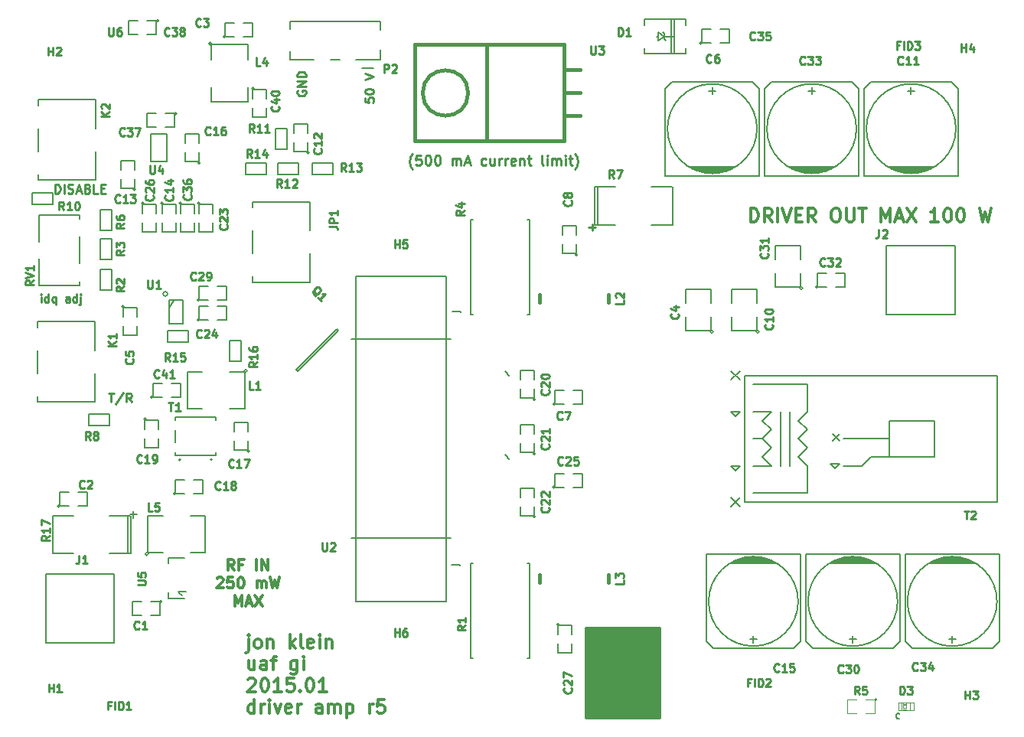
<source format=gto>
%FSLAX34Y34*%
G04 Gerber Fmt 3.4, Leading zero omitted, Abs format*
G04 (created by PCBNEW (2014-03-19 BZR 4756)-product) date Fri Feb  6 13:16:01 2015*
%MOIN*%
G01*
G70*
G90*
G04 APERTURE LIST*
%ADD10C,0.005906*%
%ADD11C,0.007874*%
%ADD12C,0.009843*%
%ADD13C,0.011811*%
%ADD14C,0.010827*%
%ADD15C,0.008858*%
%ADD16C,0.015000*%
%ADD17C,0.005000*%
%ADD18C,0.002600*%
%ADD19C,0.004000*%
%ADD20C,0.003900*%
%ADD21C,0.005900*%
%ADD22C,0.010000*%
G04 APERTURE END LIST*
G54D10*
G54D11*
X36300Y-37000D02*
G75*
G03X36300Y-37000I-100J0D01*
G74*
G01*
G54D10*
X68173Y-55484D02*
X68161Y-55495D01*
X68128Y-55506D01*
X68105Y-55506D01*
X68071Y-55495D01*
X68049Y-55473D01*
X68038Y-55450D01*
X68026Y-55405D01*
X68026Y-55371D01*
X68038Y-55326D01*
X68049Y-55304D01*
X68071Y-55281D01*
X68105Y-55270D01*
X68128Y-55270D01*
X68161Y-55281D01*
X68173Y-55293D01*
G54D11*
X49025Y-48800D02*
X49025Y-48825D01*
X48650Y-48800D02*
X49025Y-48800D01*
X49050Y-37775D02*
X49050Y-37800D01*
X48700Y-37775D02*
X49050Y-37775D01*
G54D12*
X33736Y-41319D02*
X33961Y-41319D01*
X33848Y-41713D02*
X33848Y-41319D01*
X34373Y-41301D02*
X34036Y-41807D01*
X34730Y-41713D02*
X34598Y-41526D01*
X34505Y-41713D02*
X34505Y-41319D01*
X34655Y-41319D01*
X34692Y-41338D01*
X34711Y-41357D01*
X34730Y-41394D01*
X34730Y-41451D01*
X34711Y-41488D01*
X34692Y-41507D01*
X34655Y-41526D01*
X34505Y-41526D01*
G54D13*
X61697Y-33867D02*
X61697Y-33276D01*
X61838Y-33276D01*
X61922Y-33304D01*
X61978Y-33360D01*
X62006Y-33417D01*
X62034Y-33529D01*
X62034Y-33614D01*
X62006Y-33726D01*
X61978Y-33782D01*
X61922Y-33839D01*
X61838Y-33867D01*
X61697Y-33867D01*
X62625Y-33867D02*
X62428Y-33585D01*
X62288Y-33867D02*
X62288Y-33276D01*
X62513Y-33276D01*
X62569Y-33304D01*
X62597Y-33332D01*
X62625Y-33389D01*
X62625Y-33473D01*
X62597Y-33529D01*
X62569Y-33557D01*
X62513Y-33585D01*
X62288Y-33585D01*
X62878Y-33867D02*
X62878Y-33276D01*
X63075Y-33276D02*
X63272Y-33867D01*
X63469Y-33276D01*
X63666Y-33557D02*
X63862Y-33557D01*
X63947Y-33867D02*
X63666Y-33867D01*
X63666Y-33276D01*
X63947Y-33276D01*
X64537Y-33867D02*
X64340Y-33585D01*
X64200Y-33867D02*
X64200Y-33276D01*
X64425Y-33276D01*
X64481Y-33304D01*
X64509Y-33332D01*
X64537Y-33389D01*
X64537Y-33473D01*
X64509Y-33529D01*
X64481Y-33557D01*
X64425Y-33585D01*
X64200Y-33585D01*
X65353Y-33276D02*
X65465Y-33276D01*
X65522Y-33304D01*
X65578Y-33360D01*
X65606Y-33473D01*
X65606Y-33670D01*
X65578Y-33782D01*
X65522Y-33839D01*
X65465Y-33867D01*
X65353Y-33867D01*
X65297Y-33839D01*
X65240Y-33782D01*
X65212Y-33670D01*
X65212Y-33473D01*
X65240Y-33360D01*
X65297Y-33304D01*
X65353Y-33276D01*
X65859Y-33276D02*
X65859Y-33754D01*
X65887Y-33810D01*
X65915Y-33839D01*
X65971Y-33867D01*
X66084Y-33867D01*
X66140Y-33839D01*
X66168Y-33810D01*
X66196Y-33754D01*
X66196Y-33276D01*
X66393Y-33276D02*
X66731Y-33276D01*
X66562Y-33867D02*
X66562Y-33276D01*
X67378Y-33867D02*
X67378Y-33276D01*
X67574Y-33698D01*
X67771Y-33276D01*
X67771Y-33867D01*
X68024Y-33698D02*
X68306Y-33698D01*
X67968Y-33867D02*
X68165Y-33276D01*
X68362Y-33867D01*
X68502Y-33276D02*
X68896Y-33867D01*
X68896Y-33276D02*
X68502Y-33867D01*
X69880Y-33867D02*
X69543Y-33867D01*
X69712Y-33867D02*
X69712Y-33276D01*
X69655Y-33360D01*
X69599Y-33417D01*
X69543Y-33445D01*
X70246Y-33276D02*
X70302Y-33276D01*
X70358Y-33304D01*
X70387Y-33332D01*
X70415Y-33389D01*
X70443Y-33501D01*
X70443Y-33642D01*
X70415Y-33754D01*
X70387Y-33810D01*
X70358Y-33839D01*
X70302Y-33867D01*
X70246Y-33867D01*
X70190Y-33839D01*
X70162Y-33810D01*
X70133Y-33754D01*
X70105Y-33642D01*
X70105Y-33501D01*
X70133Y-33389D01*
X70162Y-33332D01*
X70190Y-33304D01*
X70246Y-33276D01*
X70808Y-33276D02*
X70865Y-33276D01*
X70921Y-33304D01*
X70949Y-33332D01*
X70977Y-33389D01*
X71005Y-33501D01*
X71005Y-33642D01*
X70977Y-33754D01*
X70949Y-33810D01*
X70921Y-33839D01*
X70865Y-33867D01*
X70808Y-33867D01*
X70752Y-33839D01*
X70724Y-33810D01*
X70696Y-33754D01*
X70668Y-33642D01*
X70668Y-33501D01*
X70696Y-33389D01*
X70724Y-33332D01*
X70752Y-33304D01*
X70808Y-33276D01*
X71652Y-33276D02*
X71793Y-33867D01*
X71905Y-33445D01*
X72018Y-33867D01*
X72158Y-33276D01*
X39203Y-49034D02*
X39046Y-48809D01*
X38933Y-49034D02*
X38933Y-48561D01*
X39113Y-48561D01*
X39158Y-48584D01*
X39181Y-48606D01*
X39203Y-48651D01*
X39203Y-48719D01*
X39181Y-48764D01*
X39158Y-48786D01*
X39113Y-48809D01*
X38933Y-48809D01*
X39563Y-48786D02*
X39406Y-48786D01*
X39406Y-49034D02*
X39406Y-48561D01*
X39631Y-48561D01*
X40171Y-49034D02*
X40171Y-48561D01*
X40396Y-49034D02*
X40396Y-48561D01*
X40666Y-49034D01*
X40666Y-48561D01*
X38450Y-49386D02*
X38472Y-49363D01*
X38517Y-49341D01*
X38630Y-49341D01*
X38675Y-49363D01*
X38697Y-49386D01*
X38720Y-49431D01*
X38720Y-49476D01*
X38697Y-49543D01*
X38427Y-49813D01*
X38720Y-49813D01*
X39147Y-49341D02*
X38922Y-49341D01*
X38900Y-49566D01*
X38922Y-49543D01*
X38967Y-49521D01*
X39080Y-49521D01*
X39125Y-49543D01*
X39147Y-49566D01*
X39170Y-49611D01*
X39170Y-49723D01*
X39147Y-49768D01*
X39125Y-49791D01*
X39080Y-49813D01*
X38967Y-49813D01*
X38922Y-49791D01*
X38900Y-49768D01*
X39462Y-49341D02*
X39507Y-49341D01*
X39552Y-49363D01*
X39575Y-49386D01*
X39597Y-49431D01*
X39620Y-49521D01*
X39620Y-49633D01*
X39597Y-49723D01*
X39575Y-49768D01*
X39552Y-49791D01*
X39507Y-49813D01*
X39462Y-49813D01*
X39417Y-49791D01*
X39395Y-49768D01*
X39372Y-49723D01*
X39350Y-49633D01*
X39350Y-49521D01*
X39372Y-49431D01*
X39395Y-49386D01*
X39417Y-49363D01*
X39462Y-49341D01*
X40182Y-49813D02*
X40182Y-49498D01*
X40182Y-49543D02*
X40204Y-49521D01*
X40249Y-49498D01*
X40317Y-49498D01*
X40362Y-49521D01*
X40384Y-49566D01*
X40384Y-49813D01*
X40384Y-49566D02*
X40407Y-49521D01*
X40452Y-49498D01*
X40519Y-49498D01*
X40564Y-49521D01*
X40587Y-49566D01*
X40587Y-49813D01*
X40767Y-49341D02*
X40879Y-49813D01*
X40969Y-49476D01*
X41059Y-49813D01*
X41172Y-49341D01*
X39215Y-50593D02*
X39215Y-50120D01*
X39372Y-50458D01*
X39530Y-50120D01*
X39530Y-50593D01*
X39732Y-50458D02*
X39957Y-50458D01*
X39687Y-50593D02*
X39844Y-50120D01*
X40002Y-50593D01*
X40114Y-50120D02*
X40429Y-50593D01*
X40429Y-50120D02*
X40114Y-50593D01*
G54D14*
X46963Y-31560D02*
X46942Y-31540D01*
X46901Y-31478D01*
X46880Y-31437D01*
X46860Y-31375D01*
X46839Y-31272D01*
X46839Y-31189D01*
X46860Y-31086D01*
X46880Y-31024D01*
X46901Y-30983D01*
X46942Y-30921D01*
X46963Y-30900D01*
X47334Y-30962D02*
X47128Y-30962D01*
X47107Y-31169D01*
X47128Y-31148D01*
X47169Y-31127D01*
X47272Y-31127D01*
X47313Y-31148D01*
X47334Y-31169D01*
X47355Y-31210D01*
X47355Y-31313D01*
X47334Y-31354D01*
X47313Y-31375D01*
X47272Y-31395D01*
X47169Y-31395D01*
X47128Y-31375D01*
X47107Y-31354D01*
X47623Y-30962D02*
X47664Y-30962D01*
X47705Y-30983D01*
X47726Y-31004D01*
X47746Y-31045D01*
X47767Y-31127D01*
X47767Y-31230D01*
X47746Y-31313D01*
X47726Y-31354D01*
X47705Y-31375D01*
X47664Y-31395D01*
X47623Y-31395D01*
X47581Y-31375D01*
X47561Y-31354D01*
X47540Y-31313D01*
X47520Y-31230D01*
X47520Y-31127D01*
X47540Y-31045D01*
X47561Y-31004D01*
X47581Y-30983D01*
X47623Y-30962D01*
X48035Y-30962D02*
X48076Y-30962D01*
X48118Y-30983D01*
X48138Y-31004D01*
X48159Y-31045D01*
X48179Y-31127D01*
X48179Y-31230D01*
X48159Y-31313D01*
X48138Y-31354D01*
X48118Y-31375D01*
X48076Y-31395D01*
X48035Y-31395D01*
X47994Y-31375D01*
X47973Y-31354D01*
X47953Y-31313D01*
X47932Y-31230D01*
X47932Y-31127D01*
X47953Y-31045D01*
X47973Y-31004D01*
X47994Y-30983D01*
X48035Y-30962D01*
X48695Y-31395D02*
X48695Y-31107D01*
X48695Y-31148D02*
X48716Y-31127D01*
X48757Y-31107D01*
X48819Y-31107D01*
X48860Y-31127D01*
X48881Y-31169D01*
X48881Y-31395D01*
X48881Y-31169D02*
X48901Y-31127D01*
X48943Y-31107D01*
X49004Y-31107D01*
X49046Y-31127D01*
X49066Y-31169D01*
X49066Y-31395D01*
X49252Y-31272D02*
X49458Y-31272D01*
X49211Y-31395D02*
X49355Y-30962D01*
X49499Y-31395D01*
X50159Y-31375D02*
X50118Y-31395D01*
X50035Y-31395D01*
X49994Y-31375D01*
X49974Y-31354D01*
X49953Y-31313D01*
X49953Y-31189D01*
X49974Y-31148D01*
X49994Y-31127D01*
X50035Y-31107D01*
X50118Y-31107D01*
X50159Y-31127D01*
X50530Y-31107D02*
X50530Y-31395D01*
X50345Y-31107D02*
X50345Y-31334D01*
X50365Y-31375D01*
X50407Y-31395D01*
X50469Y-31395D01*
X50510Y-31375D01*
X50530Y-31354D01*
X50737Y-31395D02*
X50737Y-31107D01*
X50737Y-31189D02*
X50757Y-31148D01*
X50778Y-31127D01*
X50819Y-31107D01*
X50860Y-31107D01*
X51005Y-31395D02*
X51005Y-31107D01*
X51005Y-31189D02*
X51025Y-31148D01*
X51046Y-31127D01*
X51087Y-31107D01*
X51128Y-31107D01*
X51438Y-31375D02*
X51397Y-31395D01*
X51314Y-31395D01*
X51273Y-31375D01*
X51252Y-31334D01*
X51252Y-31169D01*
X51273Y-31127D01*
X51314Y-31107D01*
X51397Y-31107D01*
X51438Y-31127D01*
X51458Y-31169D01*
X51458Y-31210D01*
X51252Y-31251D01*
X51644Y-31107D02*
X51644Y-31395D01*
X51644Y-31148D02*
X51665Y-31127D01*
X51706Y-31107D01*
X51768Y-31107D01*
X51809Y-31127D01*
X51830Y-31169D01*
X51830Y-31395D01*
X51974Y-31107D02*
X52139Y-31107D01*
X52036Y-30962D02*
X52036Y-31334D01*
X52056Y-31375D01*
X52098Y-31395D01*
X52139Y-31395D01*
X52675Y-31395D02*
X52634Y-31375D01*
X52613Y-31334D01*
X52613Y-30962D01*
X52840Y-31395D02*
X52840Y-31107D01*
X52840Y-30962D02*
X52820Y-30983D01*
X52840Y-31004D01*
X52861Y-30983D01*
X52840Y-30962D01*
X52840Y-31004D01*
X53046Y-31395D02*
X53046Y-31107D01*
X53046Y-31148D02*
X53067Y-31127D01*
X53108Y-31107D01*
X53170Y-31107D01*
X53211Y-31127D01*
X53232Y-31169D01*
X53232Y-31395D01*
X53232Y-31169D02*
X53253Y-31127D01*
X53294Y-31107D01*
X53356Y-31107D01*
X53397Y-31127D01*
X53418Y-31169D01*
X53418Y-31395D01*
X53624Y-31395D02*
X53624Y-31107D01*
X53624Y-30962D02*
X53603Y-30983D01*
X53624Y-31004D01*
X53644Y-30983D01*
X53624Y-30962D01*
X53624Y-31004D01*
X53768Y-31107D02*
X53933Y-31107D01*
X53830Y-30962D02*
X53830Y-31334D01*
X53851Y-31375D01*
X53892Y-31395D01*
X53933Y-31395D01*
X54036Y-31560D02*
X54057Y-31540D01*
X54098Y-31478D01*
X54119Y-31437D01*
X54139Y-31375D01*
X54160Y-31272D01*
X54160Y-31189D01*
X54139Y-31086D01*
X54119Y-31024D01*
X54098Y-30983D01*
X54057Y-30921D01*
X54036Y-30900D01*
G54D11*
X48425Y-38976D02*
X48622Y-38976D01*
X48425Y-47637D02*
X48622Y-47637D01*
X44291Y-47637D02*
X44488Y-47637D01*
X44488Y-38976D02*
X44291Y-38976D01*
G54D15*
X30793Y-37365D02*
X30793Y-37128D01*
X30793Y-37010D02*
X30776Y-37027D01*
X30793Y-37044D01*
X30809Y-37027D01*
X30793Y-37010D01*
X30793Y-37044D01*
X31113Y-37365D02*
X31113Y-37010D01*
X31113Y-37348D02*
X31079Y-37365D01*
X31012Y-37365D01*
X30978Y-37348D01*
X30961Y-37331D01*
X30944Y-37297D01*
X30944Y-37196D01*
X30961Y-37162D01*
X30978Y-37145D01*
X31012Y-37128D01*
X31079Y-37128D01*
X31113Y-37145D01*
X31434Y-37128D02*
X31434Y-37483D01*
X31434Y-37348D02*
X31400Y-37365D01*
X31332Y-37365D01*
X31299Y-37348D01*
X31282Y-37331D01*
X31265Y-37297D01*
X31265Y-37196D01*
X31282Y-37162D01*
X31299Y-37145D01*
X31332Y-37128D01*
X31400Y-37128D01*
X31434Y-37145D01*
X32024Y-37365D02*
X32024Y-37179D01*
X32007Y-37145D01*
X31974Y-37128D01*
X31906Y-37128D01*
X31872Y-37145D01*
X32024Y-37348D02*
X31991Y-37365D01*
X31906Y-37365D01*
X31872Y-37348D01*
X31856Y-37314D01*
X31856Y-37280D01*
X31872Y-37246D01*
X31906Y-37230D01*
X31991Y-37230D01*
X32024Y-37213D01*
X32345Y-37365D02*
X32345Y-37010D01*
X32345Y-37348D02*
X32311Y-37365D01*
X32244Y-37365D01*
X32210Y-37348D01*
X32193Y-37331D01*
X32176Y-37297D01*
X32176Y-37196D01*
X32193Y-37162D01*
X32210Y-37145D01*
X32244Y-37128D01*
X32311Y-37128D01*
X32345Y-37145D01*
X32514Y-37128D02*
X32514Y-37432D01*
X32497Y-37466D01*
X32463Y-37483D01*
X32446Y-37483D01*
X32514Y-37010D02*
X32497Y-37027D01*
X32514Y-37044D01*
X32530Y-37027D01*
X32514Y-37010D01*
X32514Y-37044D01*
G54D12*
X41953Y-28149D02*
X41934Y-28187D01*
X41934Y-28243D01*
X41953Y-28299D01*
X41990Y-28337D01*
X42028Y-28356D01*
X42103Y-28374D01*
X42159Y-28374D01*
X42234Y-28356D01*
X42271Y-28337D01*
X42309Y-28299D01*
X42328Y-28243D01*
X42328Y-28206D01*
X42309Y-28149D01*
X42290Y-28131D01*
X42159Y-28131D01*
X42159Y-28206D01*
X42328Y-27962D02*
X41934Y-27962D01*
X42328Y-27737D01*
X41934Y-27737D01*
X42328Y-27550D02*
X41934Y-27550D01*
X41934Y-27456D01*
X41953Y-27400D01*
X41990Y-27362D01*
X42028Y-27343D01*
X42103Y-27325D01*
X42159Y-27325D01*
X42234Y-27343D01*
X42271Y-27362D01*
X42309Y-27400D01*
X42328Y-27456D01*
X42328Y-27550D01*
X44884Y-28462D02*
X44884Y-28649D01*
X45071Y-28668D01*
X45053Y-28649D01*
X45034Y-28612D01*
X45034Y-28518D01*
X45053Y-28481D01*
X45071Y-28462D01*
X45109Y-28443D01*
X45203Y-28443D01*
X45240Y-28462D01*
X45259Y-28481D01*
X45278Y-28518D01*
X45278Y-28612D01*
X45259Y-28649D01*
X45240Y-28668D01*
X44884Y-28199D02*
X44884Y-28162D01*
X44903Y-28124D01*
X44921Y-28106D01*
X44959Y-28087D01*
X45034Y-28068D01*
X45128Y-28068D01*
X45203Y-28087D01*
X45240Y-28106D01*
X45259Y-28124D01*
X45278Y-28162D01*
X45278Y-28199D01*
X45259Y-28237D01*
X45240Y-28256D01*
X45203Y-28274D01*
X45128Y-28293D01*
X45034Y-28293D01*
X44959Y-28274D01*
X44921Y-28256D01*
X44903Y-28237D01*
X44884Y-28199D01*
X44884Y-27656D02*
X45278Y-27525D01*
X44884Y-27393D01*
X31392Y-32619D02*
X31392Y-32225D01*
X31486Y-32225D01*
X31542Y-32244D01*
X31580Y-32281D01*
X31599Y-32319D01*
X31617Y-32394D01*
X31617Y-32450D01*
X31599Y-32525D01*
X31580Y-32562D01*
X31542Y-32600D01*
X31486Y-32619D01*
X31392Y-32619D01*
X31786Y-32619D02*
X31786Y-32225D01*
X31955Y-32600D02*
X32011Y-32619D01*
X32105Y-32619D01*
X32142Y-32600D01*
X32161Y-32581D01*
X32180Y-32544D01*
X32180Y-32506D01*
X32161Y-32469D01*
X32142Y-32450D01*
X32105Y-32431D01*
X32030Y-32412D01*
X31992Y-32394D01*
X31974Y-32375D01*
X31955Y-32337D01*
X31955Y-32300D01*
X31974Y-32262D01*
X31992Y-32244D01*
X32030Y-32225D01*
X32124Y-32225D01*
X32180Y-32244D01*
X32330Y-32506D02*
X32517Y-32506D01*
X32292Y-32619D02*
X32424Y-32225D01*
X32555Y-32619D01*
X32817Y-32412D02*
X32874Y-32431D01*
X32892Y-32450D01*
X32911Y-32487D01*
X32911Y-32544D01*
X32892Y-32581D01*
X32874Y-32600D01*
X32836Y-32619D01*
X32686Y-32619D01*
X32686Y-32225D01*
X32817Y-32225D01*
X32855Y-32244D01*
X32874Y-32262D01*
X32892Y-32300D01*
X32892Y-32337D01*
X32874Y-32375D01*
X32855Y-32394D01*
X32817Y-32412D01*
X32686Y-32412D01*
X33267Y-32619D02*
X33080Y-32619D01*
X33080Y-32225D01*
X33398Y-32412D02*
X33530Y-32412D01*
X33586Y-32619D02*
X33398Y-32619D01*
X33398Y-32225D01*
X33586Y-32225D01*
G54D13*
X39825Y-52038D02*
X39825Y-52544D01*
X39797Y-52601D01*
X39741Y-52629D01*
X39713Y-52629D01*
X39825Y-51841D02*
X39797Y-51870D01*
X39825Y-51898D01*
X39853Y-51870D01*
X39825Y-51841D01*
X39825Y-51898D01*
X40191Y-52432D02*
X40134Y-52404D01*
X40106Y-52376D01*
X40078Y-52320D01*
X40078Y-52151D01*
X40106Y-52095D01*
X40134Y-52066D01*
X40191Y-52038D01*
X40275Y-52038D01*
X40331Y-52066D01*
X40359Y-52095D01*
X40388Y-52151D01*
X40388Y-52320D01*
X40359Y-52376D01*
X40331Y-52404D01*
X40275Y-52432D01*
X40191Y-52432D01*
X40641Y-52038D02*
X40641Y-52432D01*
X40641Y-52095D02*
X40669Y-52066D01*
X40725Y-52038D01*
X40809Y-52038D01*
X40866Y-52066D01*
X40894Y-52123D01*
X40894Y-52432D01*
X41625Y-52432D02*
X41625Y-51841D01*
X41681Y-52207D02*
X41850Y-52432D01*
X41850Y-52038D02*
X41625Y-52263D01*
X42187Y-52432D02*
X42131Y-52404D01*
X42103Y-52348D01*
X42103Y-51841D01*
X42637Y-52404D02*
X42581Y-52432D01*
X42469Y-52432D01*
X42412Y-52404D01*
X42384Y-52348D01*
X42384Y-52123D01*
X42412Y-52066D01*
X42469Y-52038D01*
X42581Y-52038D01*
X42637Y-52066D01*
X42665Y-52123D01*
X42665Y-52179D01*
X42384Y-52235D01*
X42919Y-52432D02*
X42919Y-52038D01*
X42919Y-51841D02*
X42890Y-51870D01*
X42919Y-51898D01*
X42947Y-51870D01*
X42919Y-51841D01*
X42919Y-51898D01*
X43200Y-52038D02*
X43200Y-52432D01*
X43200Y-52095D02*
X43228Y-52066D01*
X43284Y-52038D01*
X43368Y-52038D01*
X43425Y-52066D01*
X43453Y-52123D01*
X43453Y-52432D01*
X40078Y-52983D02*
X40078Y-53377D01*
X39825Y-52983D02*
X39825Y-53293D01*
X39853Y-53349D01*
X39910Y-53377D01*
X39994Y-53377D01*
X40050Y-53349D01*
X40078Y-53321D01*
X40613Y-53377D02*
X40613Y-53068D01*
X40584Y-53011D01*
X40528Y-52983D01*
X40416Y-52983D01*
X40359Y-53011D01*
X40613Y-53349D02*
X40556Y-53377D01*
X40416Y-53377D01*
X40359Y-53349D01*
X40331Y-53293D01*
X40331Y-53236D01*
X40359Y-53180D01*
X40416Y-53152D01*
X40556Y-53152D01*
X40613Y-53124D01*
X40809Y-52983D02*
X41034Y-52983D01*
X40894Y-53377D02*
X40894Y-52871D01*
X40922Y-52814D01*
X40978Y-52786D01*
X41034Y-52786D01*
X41934Y-52983D02*
X41934Y-53461D01*
X41906Y-53517D01*
X41878Y-53546D01*
X41822Y-53574D01*
X41737Y-53574D01*
X41681Y-53546D01*
X41934Y-53349D02*
X41878Y-53377D01*
X41766Y-53377D01*
X41709Y-53349D01*
X41681Y-53321D01*
X41653Y-53264D01*
X41653Y-53096D01*
X41681Y-53039D01*
X41709Y-53011D01*
X41766Y-52983D01*
X41878Y-52983D01*
X41934Y-53011D01*
X42215Y-53377D02*
X42215Y-52983D01*
X42215Y-52786D02*
X42187Y-52814D01*
X42215Y-52843D01*
X42244Y-52814D01*
X42215Y-52786D01*
X42215Y-52843D01*
X39797Y-53787D02*
X39825Y-53759D01*
X39881Y-53731D01*
X40022Y-53731D01*
X40078Y-53759D01*
X40106Y-53787D01*
X40134Y-53844D01*
X40134Y-53900D01*
X40106Y-53984D01*
X39769Y-54322D01*
X40134Y-54322D01*
X40500Y-53731D02*
X40556Y-53731D01*
X40613Y-53759D01*
X40641Y-53787D01*
X40669Y-53844D01*
X40697Y-53956D01*
X40697Y-54097D01*
X40669Y-54209D01*
X40641Y-54266D01*
X40613Y-54294D01*
X40556Y-54322D01*
X40500Y-54322D01*
X40444Y-54294D01*
X40416Y-54266D01*
X40388Y-54209D01*
X40359Y-54097D01*
X40359Y-53956D01*
X40388Y-53844D01*
X40416Y-53787D01*
X40444Y-53759D01*
X40500Y-53731D01*
X41259Y-54322D02*
X40922Y-54322D01*
X41091Y-54322D02*
X41091Y-53731D01*
X41034Y-53816D01*
X40978Y-53872D01*
X40922Y-53900D01*
X41794Y-53731D02*
X41512Y-53731D01*
X41484Y-54012D01*
X41512Y-53984D01*
X41569Y-53956D01*
X41709Y-53956D01*
X41766Y-53984D01*
X41794Y-54012D01*
X41822Y-54069D01*
X41822Y-54209D01*
X41794Y-54266D01*
X41766Y-54294D01*
X41709Y-54322D01*
X41569Y-54322D01*
X41512Y-54294D01*
X41484Y-54266D01*
X42075Y-54266D02*
X42103Y-54294D01*
X42075Y-54322D01*
X42047Y-54294D01*
X42075Y-54266D01*
X42075Y-54322D01*
X42469Y-53731D02*
X42525Y-53731D01*
X42581Y-53759D01*
X42609Y-53787D01*
X42637Y-53844D01*
X42665Y-53956D01*
X42665Y-54097D01*
X42637Y-54209D01*
X42609Y-54266D01*
X42581Y-54294D01*
X42525Y-54322D01*
X42469Y-54322D01*
X42412Y-54294D01*
X42384Y-54266D01*
X42356Y-54209D01*
X42328Y-54097D01*
X42328Y-53956D01*
X42356Y-53844D01*
X42384Y-53787D01*
X42412Y-53759D01*
X42469Y-53731D01*
X43228Y-54322D02*
X42890Y-54322D01*
X43059Y-54322D02*
X43059Y-53731D01*
X43003Y-53816D01*
X42947Y-53872D01*
X42890Y-53900D01*
X40078Y-55267D02*
X40078Y-54676D01*
X40078Y-55239D02*
X40022Y-55267D01*
X39910Y-55267D01*
X39853Y-55239D01*
X39825Y-55210D01*
X39797Y-55154D01*
X39797Y-54985D01*
X39825Y-54929D01*
X39853Y-54901D01*
X39910Y-54873D01*
X40022Y-54873D01*
X40078Y-54901D01*
X40359Y-55267D02*
X40359Y-54873D01*
X40359Y-54985D02*
X40388Y-54929D01*
X40416Y-54901D01*
X40472Y-54873D01*
X40528Y-54873D01*
X40725Y-55267D02*
X40725Y-54873D01*
X40725Y-54676D02*
X40697Y-54704D01*
X40725Y-54732D01*
X40753Y-54704D01*
X40725Y-54676D01*
X40725Y-54732D01*
X40950Y-54873D02*
X41091Y-55267D01*
X41231Y-54873D01*
X41681Y-55239D02*
X41625Y-55267D01*
X41512Y-55267D01*
X41456Y-55239D01*
X41428Y-55182D01*
X41428Y-54957D01*
X41456Y-54901D01*
X41512Y-54873D01*
X41625Y-54873D01*
X41681Y-54901D01*
X41709Y-54957D01*
X41709Y-55014D01*
X41428Y-55070D01*
X41962Y-55267D02*
X41962Y-54873D01*
X41962Y-54985D02*
X41991Y-54929D01*
X42019Y-54901D01*
X42075Y-54873D01*
X42131Y-54873D01*
X43031Y-55267D02*
X43031Y-54957D01*
X43003Y-54901D01*
X42947Y-54873D01*
X42834Y-54873D01*
X42778Y-54901D01*
X43031Y-55239D02*
X42975Y-55267D01*
X42834Y-55267D01*
X42778Y-55239D01*
X42750Y-55182D01*
X42750Y-55126D01*
X42778Y-55070D01*
X42834Y-55042D01*
X42975Y-55042D01*
X43031Y-55014D01*
X43312Y-55267D02*
X43312Y-54873D01*
X43312Y-54929D02*
X43340Y-54901D01*
X43397Y-54873D01*
X43481Y-54873D01*
X43537Y-54901D01*
X43565Y-54957D01*
X43565Y-55267D01*
X43565Y-54957D02*
X43593Y-54901D01*
X43650Y-54873D01*
X43734Y-54873D01*
X43790Y-54901D01*
X43818Y-54957D01*
X43818Y-55267D01*
X44100Y-54873D02*
X44100Y-55464D01*
X44100Y-54901D02*
X44156Y-54873D01*
X44268Y-54873D01*
X44325Y-54901D01*
X44353Y-54929D01*
X44381Y-54985D01*
X44381Y-55154D01*
X44353Y-55210D01*
X44325Y-55239D01*
X44268Y-55267D01*
X44156Y-55267D01*
X44100Y-55239D01*
X45084Y-55267D02*
X45084Y-54873D01*
X45084Y-54985D02*
X45112Y-54929D01*
X45140Y-54901D01*
X45196Y-54873D01*
X45253Y-54873D01*
X45731Y-54676D02*
X45449Y-54676D01*
X45421Y-54957D01*
X45449Y-54929D01*
X45506Y-54901D01*
X45646Y-54901D01*
X45703Y-54929D01*
X45731Y-54957D01*
X45759Y-55014D01*
X45759Y-55154D01*
X45731Y-55210D01*
X45703Y-55239D01*
X45646Y-55267D01*
X45506Y-55267D01*
X45449Y-55239D01*
X45421Y-55210D01*
G54D10*
X49606Y-37893D02*
X49507Y-37893D01*
X49507Y-37893D02*
X49507Y-33759D01*
X49507Y-33759D02*
X49606Y-33759D01*
X51968Y-33759D02*
X52066Y-33759D01*
X52066Y-33759D02*
X52066Y-37696D01*
X52066Y-37696D02*
X52066Y-37893D01*
X52066Y-37893D02*
X51968Y-37893D01*
X43675Y-38518D02*
X43745Y-38589D01*
X43745Y-38589D02*
X42119Y-40215D01*
X42119Y-40215D02*
X41978Y-40356D01*
X41978Y-40356D02*
X41907Y-40286D01*
X43675Y-38518D02*
X41907Y-40286D01*
G54D16*
X49389Y-28250D02*
G75*
G03X49389Y-28250I-989J0D01*
G74*
G01*
X53550Y-29250D02*
X54250Y-29250D01*
X53550Y-28250D02*
X54250Y-28250D01*
X53550Y-27250D02*
X54250Y-27250D01*
X50200Y-26150D02*
X47050Y-26150D01*
X47050Y-26150D02*
X47050Y-30350D01*
X47050Y-30350D02*
X50200Y-30350D01*
X53550Y-26150D02*
X50200Y-26150D01*
X50200Y-26150D02*
X50200Y-30350D01*
X50200Y-30350D02*
X53550Y-30350D01*
X53550Y-28250D02*
X53550Y-30350D01*
X53550Y-28250D02*
X53550Y-26150D01*
G54D10*
X61220Y-42125D02*
X61023Y-42322D01*
X61023Y-42322D02*
X60826Y-42125D01*
X60826Y-42125D02*
X61220Y-42125D01*
X61220Y-44488D02*
X61023Y-44685D01*
X61023Y-44685D02*
X60826Y-44488D01*
X60826Y-44488D02*
X61220Y-44488D01*
X60826Y-40748D02*
X61220Y-40354D01*
X61220Y-40748D02*
X60826Y-40354D01*
X60826Y-46259D02*
X61220Y-45866D01*
X61220Y-46259D02*
X60826Y-45866D01*
X65255Y-43405D02*
X65551Y-43110D01*
X65551Y-43405D02*
X65255Y-43110D01*
X65551Y-44389D02*
X65354Y-44586D01*
X65354Y-44586D02*
X65157Y-44389D01*
X65157Y-44389D02*
X65551Y-44389D01*
X66535Y-43307D02*
X65748Y-43307D01*
X68503Y-44094D02*
X66929Y-44094D01*
X66929Y-44094D02*
X66535Y-44488D01*
X66535Y-44488D02*
X65748Y-44488D01*
X67716Y-43307D02*
X66535Y-43307D01*
X69685Y-44094D02*
X69685Y-42519D01*
X69685Y-42519D02*
X67716Y-42519D01*
X67716Y-42519D02*
X67716Y-44094D01*
X67716Y-44094D02*
X69685Y-44094D01*
X63385Y-44488D02*
X63385Y-42125D01*
X62204Y-45669D02*
X61811Y-45669D01*
X64173Y-44488D02*
X64173Y-45669D01*
X64173Y-45669D02*
X62204Y-45669D01*
X63779Y-44094D02*
X64173Y-43700D01*
X64173Y-43700D02*
X63779Y-43307D01*
X63779Y-43307D02*
X64173Y-42913D01*
X64173Y-42913D02*
X63779Y-42519D01*
X63779Y-42519D02*
X64173Y-42125D01*
X64173Y-42125D02*
X64173Y-40944D01*
X64173Y-40944D02*
X61811Y-40944D01*
X64173Y-44488D02*
X63779Y-44094D01*
X62992Y-44488D02*
X62992Y-42125D01*
X62598Y-42125D02*
X61811Y-42125D01*
X62598Y-44488D02*
X61811Y-44488D01*
X62204Y-43307D02*
X61811Y-43307D01*
X62598Y-44488D02*
X62204Y-44094D01*
X62204Y-44094D02*
X62598Y-43700D01*
X62598Y-43700D02*
X62204Y-43307D01*
X62204Y-43307D02*
X62598Y-42913D01*
X62598Y-42913D02*
X62204Y-42519D01*
X62204Y-42519D02*
X62598Y-42125D01*
X66929Y-46062D02*
X72440Y-46062D01*
X72440Y-46062D02*
X72440Y-40551D01*
X72440Y-40551D02*
X61417Y-40551D01*
X61417Y-40551D02*
X61417Y-46062D01*
X61417Y-46062D02*
X66929Y-46062D01*
X51082Y-44094D02*
X50984Y-43996D01*
X50984Y-43996D02*
X51181Y-44192D01*
X51082Y-40452D02*
X50984Y-40354D01*
X50984Y-40354D02*
X51181Y-40551D01*
X46358Y-50393D02*
X44488Y-50393D01*
X44488Y-50393D02*
X44488Y-47637D01*
X46358Y-50393D02*
X48425Y-50393D01*
X48425Y-50393D02*
X48425Y-47637D01*
X46456Y-36220D02*
X44488Y-36220D01*
X44488Y-36220D02*
X44488Y-38976D01*
X46456Y-36220D02*
X48326Y-36220D01*
X48326Y-36220D02*
X48425Y-36220D01*
X48425Y-36220D02*
X48425Y-38976D01*
X44488Y-38976D02*
X44488Y-39173D01*
X48425Y-38976D02*
X48425Y-39173D01*
X48425Y-47440D02*
X48425Y-47637D01*
X44488Y-47440D02*
X44488Y-47637D01*
X44488Y-43307D02*
X44488Y-47440D01*
X44488Y-47637D02*
X48425Y-47637D01*
X48425Y-47440D02*
X48425Y-39173D01*
X48425Y-38976D02*
X46456Y-38976D01*
X46456Y-38976D02*
X44488Y-38976D01*
X44488Y-39173D02*
X44488Y-43307D01*
G54D17*
X69081Y-31703D02*
X68281Y-31703D01*
X68131Y-31653D02*
X69281Y-31653D01*
X69381Y-31603D02*
X67981Y-31603D01*
X67831Y-31553D02*
X69531Y-31553D01*
X69631Y-31503D02*
X67731Y-31503D01*
X67681Y-31453D02*
X69681Y-31453D01*
X70631Y-29803D02*
G75*
G03X70631Y-29803I-1950J0D01*
G74*
G01*
X66631Y-31853D02*
X70731Y-31853D01*
X70731Y-31853D02*
X70731Y-28053D01*
X70731Y-28053D02*
X70431Y-27753D01*
X70431Y-27753D02*
X66931Y-27753D01*
X66931Y-27753D02*
X66631Y-28053D01*
X66631Y-28053D02*
X66631Y-31853D01*
X68681Y-28003D02*
X68681Y-28303D01*
X68531Y-28153D02*
X68831Y-28153D01*
X65741Y-48493D02*
X66541Y-48493D01*
X66691Y-48543D02*
X65541Y-48543D01*
X65441Y-48593D02*
X66841Y-48593D01*
X66991Y-48643D02*
X65291Y-48643D01*
X65191Y-48693D02*
X67091Y-48693D01*
X67141Y-48743D02*
X65141Y-48743D01*
X68091Y-50393D02*
G75*
G03X68091Y-50393I-1950J0D01*
G74*
G01*
X68191Y-48343D02*
X64091Y-48343D01*
X64091Y-48343D02*
X64091Y-52143D01*
X64091Y-52143D02*
X64391Y-52443D01*
X64391Y-52443D02*
X67891Y-52443D01*
X67891Y-52443D02*
X68191Y-52143D01*
X68191Y-52143D02*
X68191Y-48343D01*
X66141Y-52193D02*
X66141Y-51893D01*
X66291Y-52043D02*
X65991Y-52043D01*
G54D18*
X68277Y-55147D02*
X68277Y-54793D01*
X68277Y-54793D02*
X68120Y-54793D01*
X68120Y-55147D02*
X68120Y-54793D01*
X68277Y-55147D02*
X68120Y-55147D01*
X68788Y-55147D02*
X68788Y-54793D01*
X68788Y-54793D02*
X68631Y-54793D01*
X68631Y-55147D02*
X68631Y-54793D01*
X68788Y-55147D02*
X68631Y-55147D01*
X68454Y-55147D02*
X68454Y-55088D01*
X68454Y-55088D02*
X68336Y-55088D01*
X68336Y-55147D02*
X68336Y-55088D01*
X68454Y-55147D02*
X68336Y-55147D01*
X68454Y-54852D02*
X68454Y-54793D01*
X68454Y-54793D02*
X68336Y-54793D01*
X68336Y-54852D02*
X68336Y-54793D01*
X68454Y-54852D02*
X68336Y-54852D01*
X68454Y-55029D02*
X68454Y-54911D01*
X68454Y-54911D02*
X68336Y-54911D01*
X68336Y-55029D02*
X68336Y-54911D01*
X68454Y-55029D02*
X68336Y-55029D01*
G54D19*
X68277Y-55127D02*
X68631Y-55127D01*
X68277Y-54813D02*
X68631Y-54813D01*
G54D20*
X67186Y-54670D02*
G75*
G03X67186Y-54670I-50J0D01*
G74*
G01*
X66686Y-54670D02*
X67086Y-54670D01*
X67086Y-54670D02*
X67086Y-55270D01*
X67086Y-55270D02*
X66686Y-55270D01*
X66286Y-55270D02*
X65886Y-55270D01*
X65886Y-55270D02*
X65886Y-54670D01*
X65886Y-54670D02*
X66286Y-54670D01*
G54D10*
X51968Y-48720D02*
X52066Y-48720D01*
X52066Y-48720D02*
X52066Y-52854D01*
X52066Y-52854D02*
X51968Y-52854D01*
X49606Y-52854D02*
X49507Y-52854D01*
X49507Y-52854D02*
X49507Y-48917D01*
X49507Y-48917D02*
X49507Y-48720D01*
X49507Y-48720D02*
X49606Y-48720D01*
G54D17*
X64750Y-31703D02*
X63950Y-31703D01*
X63800Y-31653D02*
X64950Y-31653D01*
X65050Y-31603D02*
X63650Y-31603D01*
X63500Y-31553D02*
X65200Y-31553D01*
X65300Y-31503D02*
X63400Y-31503D01*
X63350Y-31453D02*
X65350Y-31453D01*
X66300Y-29803D02*
G75*
G03X66300Y-29803I-1950J0D01*
G74*
G01*
X62300Y-31853D02*
X66400Y-31853D01*
X66400Y-31853D02*
X66400Y-28053D01*
X66400Y-28053D02*
X66100Y-27753D01*
X66100Y-27753D02*
X62600Y-27753D01*
X62600Y-27753D02*
X62300Y-28053D01*
X62300Y-28053D02*
X62300Y-31853D01*
X64350Y-28003D02*
X64350Y-28303D01*
X64200Y-28153D02*
X64500Y-28153D01*
X70072Y-48493D02*
X70872Y-48493D01*
X71022Y-48543D02*
X69872Y-48543D01*
X69772Y-48593D02*
X71172Y-48593D01*
X71322Y-48643D02*
X69622Y-48643D01*
X69522Y-48693D02*
X71422Y-48693D01*
X71472Y-48743D02*
X69472Y-48743D01*
X72422Y-50393D02*
G75*
G03X72422Y-50393I-1950J0D01*
G74*
G01*
X72522Y-48343D02*
X68422Y-48343D01*
X68422Y-48343D02*
X68422Y-52143D01*
X68422Y-52143D02*
X68722Y-52443D01*
X68722Y-52443D02*
X72222Y-52443D01*
X72222Y-52443D02*
X72522Y-52143D01*
X72522Y-52143D02*
X72522Y-48343D01*
X70472Y-52193D02*
X70472Y-51893D01*
X70622Y-52043D02*
X70322Y-52043D01*
X39770Y-40350D02*
G75*
G03X39770Y-40350I-70J0D01*
G74*
G01*
X37800Y-40400D02*
X37150Y-40400D01*
X37150Y-40400D02*
X37150Y-42000D01*
X37150Y-42000D02*
X37800Y-42000D01*
X39000Y-42000D02*
X39650Y-42000D01*
X39650Y-42000D02*
X39650Y-40400D01*
X39650Y-40400D02*
X39000Y-40400D01*
G54D16*
X52504Y-37043D02*
X52504Y-37357D01*
X55496Y-37043D02*
X55496Y-37377D01*
X52504Y-49243D02*
X52504Y-49557D01*
X55496Y-49243D02*
X55496Y-49577D01*
G54D10*
X45253Y-27170D02*
X44781Y-27170D01*
X44505Y-26816D02*
X45568Y-26816D01*
X45568Y-26816D02*
X45568Y-26383D01*
X43718Y-26816D02*
X43796Y-26816D01*
X43718Y-26816D02*
X43757Y-26816D01*
X43403Y-26816D02*
X43757Y-26816D01*
X41631Y-26422D02*
X41631Y-26816D01*
X41631Y-26816D02*
X42655Y-26816D01*
X45568Y-25516D02*
X45568Y-25320D01*
X45568Y-25320D02*
X45568Y-25123D01*
X45568Y-25123D02*
X41631Y-25123D01*
X41631Y-25123D02*
X41631Y-25477D01*
G54D17*
X60419Y-31703D02*
X59619Y-31703D01*
X59469Y-31653D02*
X60619Y-31653D01*
X60719Y-31603D02*
X59319Y-31603D01*
X59169Y-31553D02*
X60869Y-31553D01*
X60969Y-31503D02*
X59069Y-31503D01*
X59019Y-31453D02*
X61019Y-31453D01*
X61969Y-29803D02*
G75*
G03X61969Y-29803I-1950J0D01*
G74*
G01*
X57969Y-31853D02*
X62069Y-31853D01*
X62069Y-31853D02*
X62069Y-28053D01*
X62069Y-28053D02*
X61769Y-27753D01*
X61769Y-27753D02*
X58269Y-27753D01*
X58269Y-27753D02*
X57969Y-28053D01*
X57969Y-28053D02*
X57969Y-31853D01*
X60019Y-28003D02*
X60019Y-28303D01*
X59869Y-28153D02*
X60169Y-28153D01*
X61411Y-48493D02*
X62211Y-48493D01*
X62361Y-48543D02*
X61211Y-48543D01*
X61111Y-48593D02*
X62511Y-48593D01*
X62661Y-48643D02*
X60961Y-48643D01*
X60861Y-48693D02*
X62761Y-48693D01*
X62811Y-48743D02*
X60811Y-48743D01*
X63761Y-50393D02*
G75*
G03X63761Y-50393I-1950J0D01*
G74*
G01*
X63861Y-48343D02*
X59761Y-48343D01*
X59761Y-48343D02*
X59761Y-52143D01*
X59761Y-52143D02*
X60061Y-52443D01*
X60061Y-52443D02*
X63561Y-52443D01*
X63561Y-52443D02*
X63861Y-52143D01*
X63861Y-52143D02*
X63861Y-48343D01*
X61811Y-52193D02*
X61811Y-51893D01*
X61961Y-52043D02*
X61661Y-52043D01*
G54D21*
X55019Y-32342D02*
X55019Y-33996D01*
X54901Y-32342D02*
X54901Y-33996D01*
X58287Y-32342D02*
X58287Y-33996D01*
X57380Y-33998D02*
X58280Y-33998D01*
X58280Y-32340D02*
X57380Y-32340D01*
X55807Y-32340D02*
X54907Y-32340D01*
X54908Y-33998D02*
X55808Y-33998D01*
G54D10*
X31023Y-49212D02*
X31062Y-49212D01*
X31062Y-49212D02*
X30984Y-49212D01*
X31023Y-49212D02*
X33976Y-49212D01*
X33976Y-49212D02*
X33976Y-52204D01*
X33976Y-52204D02*
X30984Y-52204D01*
X30984Y-52204D02*
X30984Y-49212D01*
X67643Y-34903D02*
X67682Y-34903D01*
X67682Y-34903D02*
X67603Y-34903D01*
X67643Y-34903D02*
X70596Y-34903D01*
X70596Y-34903D02*
X70596Y-37896D01*
X70596Y-37896D02*
X67603Y-37896D01*
X67603Y-37896D02*
X67603Y-34903D01*
X62070Y-38650D02*
G75*
G03X62070Y-38650I-70J0D01*
G74*
G01*
X60850Y-38000D02*
X60850Y-38600D01*
X60850Y-38600D02*
X61950Y-38600D01*
X61950Y-38600D02*
X61950Y-38000D01*
X61950Y-37400D02*
X61950Y-36800D01*
X61950Y-36800D02*
X60850Y-36800D01*
X60850Y-36800D02*
X60850Y-37400D01*
X63970Y-36750D02*
G75*
G03X63970Y-36750I-70J0D01*
G74*
G01*
X62750Y-36100D02*
X62750Y-36700D01*
X62750Y-36700D02*
X63850Y-36700D01*
X63850Y-36700D02*
X63850Y-36100D01*
X63850Y-35500D02*
X63850Y-34900D01*
X63850Y-34900D02*
X62750Y-34900D01*
X62750Y-34900D02*
X62750Y-35500D01*
X37700Y-33050D02*
G75*
G03X37700Y-33050I-50J0D01*
G74*
G01*
X37650Y-33500D02*
X37650Y-33100D01*
X37650Y-33100D02*
X38250Y-33100D01*
X38250Y-33100D02*
X38250Y-33500D01*
X38250Y-33900D02*
X38250Y-34300D01*
X38250Y-34300D02*
X37650Y-34300D01*
X37650Y-34300D02*
X37650Y-33900D01*
X33350Y-34250D02*
X33350Y-33350D01*
X33350Y-33350D02*
X33850Y-33350D01*
X33850Y-33350D02*
X33850Y-34250D01*
X33850Y-34250D02*
X33350Y-34250D01*
X31300Y-33100D02*
X30400Y-33100D01*
X30400Y-33100D02*
X30400Y-32600D01*
X30400Y-32600D02*
X31300Y-32600D01*
X31300Y-32600D02*
X31300Y-33100D01*
X41000Y-30700D02*
X41000Y-29800D01*
X41000Y-29800D02*
X41500Y-29800D01*
X41500Y-29800D02*
X41500Y-30700D01*
X41500Y-30700D02*
X41000Y-30700D01*
X42000Y-31800D02*
X41100Y-31800D01*
X41100Y-31800D02*
X41100Y-31300D01*
X41100Y-31300D02*
X42000Y-31300D01*
X42000Y-31300D02*
X42000Y-31800D01*
X43500Y-31800D02*
X42600Y-31800D01*
X42600Y-31800D02*
X42600Y-31300D01*
X42600Y-31300D02*
X43500Y-31300D01*
X43500Y-31300D02*
X43500Y-31800D01*
X40600Y-31800D02*
X39700Y-31800D01*
X39700Y-31800D02*
X39700Y-31300D01*
X39700Y-31300D02*
X40600Y-31300D01*
X40600Y-31300D02*
X40600Y-31800D01*
X36300Y-38600D02*
X37200Y-38600D01*
X37200Y-38600D02*
X37200Y-39100D01*
X37200Y-39100D02*
X36300Y-39100D01*
X36300Y-39100D02*
X36300Y-38600D01*
X39000Y-39950D02*
X39000Y-39050D01*
X39000Y-39050D02*
X39500Y-39050D01*
X39500Y-39050D02*
X39500Y-39950D01*
X39500Y-39950D02*
X39000Y-39950D01*
X36250Y-31250D02*
X35550Y-31250D01*
X35550Y-31250D02*
X35550Y-30050D01*
X35550Y-30050D02*
X36250Y-30050D01*
X36250Y-30050D02*
X36250Y-31250D01*
X37675Y-38125D02*
G75*
G03X37675Y-38125I-50J0D01*
G74*
G01*
X38075Y-38125D02*
X37675Y-38125D01*
X37675Y-38125D02*
X37675Y-37525D01*
X37675Y-37525D02*
X38075Y-37525D01*
X38475Y-37525D02*
X38875Y-37525D01*
X38875Y-37525D02*
X38875Y-38125D01*
X38875Y-38125D02*
X38475Y-38125D01*
X35250Y-33050D02*
G75*
G03X35250Y-33050I-50J0D01*
G74*
G01*
X35200Y-33500D02*
X35200Y-33100D01*
X35200Y-33100D02*
X35800Y-33100D01*
X35800Y-33100D02*
X35800Y-33500D01*
X35800Y-33900D02*
X35800Y-34300D01*
X35800Y-34300D02*
X35200Y-34300D01*
X35200Y-34300D02*
X35200Y-33900D01*
X37675Y-37275D02*
G75*
G03X37675Y-37275I-50J0D01*
G74*
G01*
X38075Y-37275D02*
X37675Y-37275D01*
X37675Y-37275D02*
X37675Y-36675D01*
X37675Y-36675D02*
X38075Y-36675D01*
X38475Y-36675D02*
X38875Y-36675D01*
X38875Y-36675D02*
X38875Y-37275D01*
X38875Y-37275D02*
X38475Y-37275D01*
X36900Y-33050D02*
G75*
G03X36900Y-33050I-50J0D01*
G74*
G01*
X36850Y-33500D02*
X36850Y-33100D01*
X36850Y-33100D02*
X37450Y-33100D01*
X37450Y-33100D02*
X37450Y-33500D01*
X37450Y-33900D02*
X37450Y-34300D01*
X37450Y-34300D02*
X36850Y-34300D01*
X36850Y-34300D02*
X36850Y-33900D01*
X36700Y-29150D02*
G75*
G03X36700Y-29150I-50J0D01*
G74*
G01*
X36200Y-29150D02*
X36600Y-29150D01*
X36600Y-29150D02*
X36600Y-29750D01*
X36600Y-29750D02*
X36200Y-29750D01*
X35800Y-29750D02*
X35400Y-29750D01*
X35400Y-29750D02*
X35400Y-29150D01*
X35400Y-29150D02*
X35800Y-29150D01*
X35900Y-25100D02*
G75*
G03X35900Y-25100I-50J0D01*
G74*
G01*
X35400Y-25100D02*
X35800Y-25100D01*
X35800Y-25100D02*
X35800Y-25700D01*
X35800Y-25700D02*
X35400Y-25700D01*
X35000Y-25700D02*
X34600Y-25700D01*
X34600Y-25700D02*
X34600Y-25100D01*
X34600Y-25100D02*
X35000Y-25100D01*
X40050Y-28050D02*
G75*
G03X40050Y-28050I-50J0D01*
G74*
G01*
X40000Y-28500D02*
X40000Y-28100D01*
X40000Y-28100D02*
X40600Y-28100D01*
X40600Y-28100D02*
X40600Y-28500D01*
X40600Y-28900D02*
X40600Y-29300D01*
X40600Y-29300D02*
X40000Y-29300D01*
X40000Y-29300D02*
X40000Y-28900D01*
X34400Y-37550D02*
G75*
G03X34400Y-37550I-50J0D01*
G74*
G01*
X34350Y-38000D02*
X34350Y-37600D01*
X34350Y-37600D02*
X34950Y-37600D01*
X34950Y-37600D02*
X34950Y-38000D01*
X34950Y-38400D02*
X34950Y-38800D01*
X34950Y-38800D02*
X34350Y-38800D01*
X34350Y-38800D02*
X34350Y-38400D01*
X53179Y-41796D02*
G75*
G03X53179Y-41796I-50J0D01*
G74*
G01*
X53579Y-41796D02*
X53179Y-41796D01*
X53179Y-41796D02*
X53179Y-41196D01*
X53179Y-41196D02*
X53579Y-41196D01*
X53979Y-41196D02*
X54379Y-41196D01*
X54379Y-41196D02*
X54379Y-41796D01*
X54379Y-41796D02*
X53979Y-41796D01*
X54150Y-35300D02*
G75*
G03X54150Y-35300I-50J0D01*
G74*
G01*
X54100Y-34850D02*
X54100Y-35250D01*
X54100Y-35250D02*
X53500Y-35250D01*
X53500Y-35250D02*
X53500Y-34850D01*
X53500Y-34450D02*
X53500Y-34050D01*
X53500Y-34050D02*
X54100Y-34050D01*
X54100Y-34050D02*
X54100Y-34450D01*
X42450Y-30850D02*
G75*
G03X42450Y-30850I-50J0D01*
G74*
G01*
X42400Y-30400D02*
X42400Y-30800D01*
X42400Y-30800D02*
X41800Y-30800D01*
X41800Y-30800D02*
X41800Y-30400D01*
X41800Y-30000D02*
X41800Y-29600D01*
X41800Y-29600D02*
X42400Y-29600D01*
X42400Y-29600D02*
X42400Y-30000D01*
X34900Y-32450D02*
G75*
G03X34900Y-32450I-50J0D01*
G74*
G01*
X34850Y-32000D02*
X34850Y-32400D01*
X34850Y-32400D02*
X34250Y-32400D01*
X34250Y-32400D02*
X34250Y-32000D01*
X34250Y-31600D02*
X34250Y-31200D01*
X34250Y-31200D02*
X34850Y-31200D01*
X34850Y-31200D02*
X34850Y-31600D01*
X36100Y-33050D02*
G75*
G03X36100Y-33050I-50J0D01*
G74*
G01*
X36050Y-33500D02*
X36050Y-33100D01*
X36050Y-33100D02*
X36650Y-33100D01*
X36650Y-33100D02*
X36650Y-33500D01*
X36650Y-33900D02*
X36650Y-34300D01*
X36650Y-34300D02*
X36050Y-34300D01*
X36050Y-34300D02*
X36050Y-33900D01*
X37700Y-31300D02*
G75*
G03X37700Y-31300I-50J0D01*
G74*
G01*
X37650Y-30850D02*
X37650Y-31250D01*
X37650Y-31250D02*
X37050Y-31250D01*
X37050Y-31250D02*
X37050Y-30850D01*
X37050Y-30450D02*
X37050Y-30050D01*
X37050Y-30050D02*
X37650Y-30050D01*
X37650Y-30050D02*
X37650Y-30450D01*
X39850Y-43850D02*
G75*
G03X39850Y-43850I-50J0D01*
G74*
G01*
X39800Y-43400D02*
X39800Y-43800D01*
X39800Y-43800D02*
X39200Y-43800D01*
X39200Y-43800D02*
X39200Y-43400D01*
X39200Y-43000D02*
X39200Y-42600D01*
X39200Y-42600D02*
X39800Y-42600D01*
X39800Y-42600D02*
X39800Y-43000D01*
X36644Y-45693D02*
G75*
G03X36644Y-45693I-50J0D01*
G74*
G01*
X37044Y-45693D02*
X36644Y-45693D01*
X36644Y-45693D02*
X36644Y-45093D01*
X36644Y-45093D02*
X37044Y-45093D01*
X37444Y-45093D02*
X37844Y-45093D01*
X37844Y-45093D02*
X37844Y-45693D01*
X37844Y-45693D02*
X37444Y-45693D01*
X35350Y-42450D02*
G75*
G03X35350Y-42450I-50J0D01*
G74*
G01*
X35300Y-42900D02*
X35300Y-42500D01*
X35300Y-42500D02*
X35900Y-42500D01*
X35900Y-42500D02*
X35900Y-42900D01*
X35900Y-43300D02*
X35900Y-43700D01*
X35900Y-43700D02*
X35300Y-43700D01*
X35300Y-43700D02*
X35300Y-43300D01*
X52318Y-41594D02*
G75*
G03X52318Y-41594I-50J0D01*
G74*
G01*
X52268Y-41144D02*
X52268Y-41544D01*
X52268Y-41544D02*
X51668Y-41544D01*
X51668Y-41544D02*
X51668Y-41144D01*
X51668Y-40744D02*
X51668Y-40344D01*
X51668Y-40344D02*
X52268Y-40344D01*
X52268Y-40344D02*
X52268Y-40744D01*
X52318Y-43957D02*
G75*
G03X52318Y-43957I-50J0D01*
G74*
G01*
X52268Y-43507D02*
X52268Y-43907D01*
X52268Y-43907D02*
X51668Y-43907D01*
X51668Y-43907D02*
X51668Y-43507D01*
X51668Y-43107D02*
X51668Y-42707D01*
X51668Y-42707D02*
X52268Y-42707D01*
X52268Y-42707D02*
X52268Y-43107D01*
X52318Y-46712D02*
G75*
G03X52318Y-46712I-50J0D01*
G74*
G01*
X52268Y-46262D02*
X52268Y-46662D01*
X52268Y-46662D02*
X51668Y-46662D01*
X51668Y-46662D02*
X51668Y-46262D01*
X51668Y-45862D02*
X51668Y-45462D01*
X51668Y-45462D02*
X52268Y-45462D01*
X52268Y-45462D02*
X52268Y-45862D01*
X53179Y-45418D02*
G75*
G03X53179Y-45418I-50J0D01*
G74*
G01*
X53579Y-45418D02*
X53179Y-45418D01*
X53179Y-45418D02*
X53179Y-44818D01*
X53179Y-44818D02*
X53579Y-44818D01*
X53979Y-44818D02*
X54379Y-44818D01*
X54379Y-44818D02*
X54379Y-45418D01*
X54379Y-45418D02*
X53979Y-45418D01*
X53350Y-51400D02*
G75*
G03X53350Y-51400I-50J0D01*
G74*
G01*
X53300Y-51850D02*
X53300Y-51450D01*
X53300Y-51450D02*
X53900Y-51450D01*
X53900Y-51450D02*
X53900Y-51850D01*
X53900Y-52250D02*
X53900Y-52650D01*
X53900Y-52650D02*
X53300Y-52650D01*
X53300Y-52650D02*
X53300Y-52250D01*
X64600Y-36700D02*
G75*
G03X64600Y-36700I-50J0D01*
G74*
G01*
X65000Y-36700D02*
X64600Y-36700D01*
X64600Y-36700D02*
X64600Y-36100D01*
X64600Y-36100D02*
X65000Y-36100D01*
X65400Y-36100D02*
X65800Y-36100D01*
X65800Y-36100D02*
X65800Y-36700D01*
X65800Y-36700D02*
X65400Y-36700D01*
X59565Y-26075D02*
G75*
G03X59565Y-26075I-50J0D01*
G74*
G01*
X59965Y-26075D02*
X59565Y-26075D01*
X59565Y-26075D02*
X59565Y-25475D01*
X59565Y-25475D02*
X59965Y-25475D01*
X60365Y-25475D02*
X60765Y-25475D01*
X60765Y-25475D02*
X60765Y-26075D01*
X60765Y-26075D02*
X60365Y-26075D01*
X30694Y-35454D02*
X30694Y-36556D01*
X30694Y-36556D02*
X30694Y-36635D01*
X30694Y-36635D02*
X32466Y-36635D01*
X32466Y-36635D02*
X32466Y-36477D01*
X32466Y-34509D02*
X32466Y-35651D01*
X30694Y-34745D02*
X30694Y-33564D01*
X30694Y-33564D02*
X32466Y-33564D01*
X32466Y-33564D02*
X32466Y-33722D01*
X36861Y-44223D02*
G75*
G03X36861Y-44223I-39J0D01*
G74*
G01*
X38239Y-44223D02*
G75*
G03X38239Y-44223I-39J0D01*
G74*
G01*
X36625Y-42924D02*
X36625Y-43475D01*
X36625Y-43908D02*
X36625Y-44026D01*
X36625Y-44026D02*
X38396Y-44026D01*
X38396Y-44026D02*
X38396Y-43908D01*
X38396Y-42491D02*
X38396Y-42373D01*
X38396Y-42373D02*
X36940Y-42373D01*
X36940Y-42373D02*
X36625Y-42373D01*
X36625Y-42373D02*
X36625Y-42491D01*
X33350Y-36850D02*
X33350Y-35950D01*
X33350Y-35950D02*
X33850Y-35950D01*
X33850Y-35950D02*
X33850Y-36850D01*
X33850Y-36850D02*
X33350Y-36850D01*
X33350Y-35500D02*
X33350Y-34600D01*
X33350Y-34600D02*
X33850Y-34600D01*
X33850Y-34600D02*
X33850Y-35500D01*
X33850Y-35500D02*
X33350Y-35500D01*
X32850Y-42250D02*
X33750Y-42250D01*
X33750Y-42250D02*
X33750Y-42750D01*
X33750Y-42750D02*
X32850Y-42750D01*
X32850Y-42750D02*
X32850Y-42250D01*
X57672Y-25787D02*
X57592Y-25787D01*
X57072Y-25037D02*
X58872Y-25037D01*
X58872Y-25037D02*
X58872Y-25287D01*
X58232Y-26537D02*
X58232Y-25037D01*
X58362Y-26537D02*
X58362Y-25037D01*
X57072Y-26287D02*
X57072Y-26537D01*
X57072Y-26537D02*
X58872Y-26537D01*
X58872Y-26537D02*
X58872Y-26287D01*
X57072Y-25287D02*
X57072Y-25037D01*
X57922Y-25787D02*
X57672Y-25600D01*
X57672Y-25600D02*
X57672Y-25787D01*
X57672Y-25787D02*
X57672Y-25974D01*
X57672Y-25974D02*
X57922Y-25787D01*
X57922Y-25787D02*
X57922Y-25662D01*
X57922Y-25662D02*
X57860Y-25600D01*
X57922Y-25787D02*
X57922Y-25912D01*
X57922Y-25912D02*
X57984Y-25974D01*
X57922Y-25787D02*
X58359Y-25787D01*
X35650Y-41500D02*
G75*
G03X35650Y-41500I-50J0D01*
G74*
G01*
X36050Y-41500D02*
X35650Y-41500D01*
X35650Y-41500D02*
X35650Y-40900D01*
X35650Y-40900D02*
X36050Y-40900D01*
X36450Y-40900D02*
X36850Y-40900D01*
X36850Y-40900D02*
X36850Y-41500D01*
X36850Y-41500D02*
X36450Y-41500D01*
X35463Y-48330D02*
G75*
G03X35463Y-48330I-70J0D01*
G74*
G01*
X37292Y-48280D02*
X37942Y-48280D01*
X37942Y-48280D02*
X37942Y-46680D01*
X37942Y-46680D02*
X37292Y-46680D01*
X36092Y-46680D02*
X35442Y-46680D01*
X35442Y-46680D02*
X35442Y-48280D01*
X35442Y-48280D02*
X36092Y-48280D01*
X36929Y-50118D02*
X36811Y-50020D01*
X36811Y-50020D02*
X36752Y-49980D01*
X36752Y-49980D02*
X37086Y-49980D01*
X36338Y-50256D02*
X37047Y-50256D01*
X36338Y-50256D02*
X36338Y-50000D01*
X36338Y-48484D02*
X37047Y-48484D01*
X36338Y-48484D02*
X36338Y-48740D01*
X36054Y-50408D02*
G75*
G03X36054Y-50408I-50J0D01*
G74*
G01*
X35554Y-50408D02*
X35954Y-50408D01*
X35954Y-50408D02*
X35954Y-51008D01*
X35954Y-51008D02*
X35554Y-51008D01*
X35154Y-51008D02*
X34754Y-51008D01*
X34754Y-51008D02*
X34754Y-50408D01*
X34754Y-50408D02*
X35154Y-50408D01*
X31604Y-46244D02*
G75*
G03X31604Y-46244I-50J0D01*
G74*
G01*
X32004Y-46244D02*
X31604Y-46244D01*
X31604Y-46244D02*
X31604Y-45644D01*
X31604Y-45644D02*
X32004Y-45644D01*
X32404Y-45644D02*
X32804Y-45644D01*
X32804Y-45644D02*
X32804Y-46244D01*
X32804Y-46244D02*
X32404Y-46244D01*
X38800Y-25800D02*
G75*
G03X38800Y-25800I-50J0D01*
G74*
G01*
X39200Y-25800D02*
X38800Y-25800D01*
X38800Y-25800D02*
X38800Y-25200D01*
X38800Y-25200D02*
X39200Y-25200D01*
X39600Y-25200D02*
X40000Y-25200D01*
X40000Y-25200D02*
X40000Y-25800D01*
X40000Y-25800D02*
X39600Y-25800D01*
X34566Y-48307D02*
X34566Y-46653D01*
X34685Y-48307D02*
X34685Y-46653D01*
X31299Y-48307D02*
X31299Y-46653D01*
X32206Y-46651D02*
X31306Y-46651D01*
X31306Y-48309D02*
X32206Y-48309D01*
X33779Y-48309D02*
X34679Y-48309D01*
X34678Y-46651D02*
X33778Y-46651D01*
X38220Y-26100D02*
G75*
G03X38220Y-26100I-70J0D01*
G74*
G01*
X38200Y-28000D02*
X38200Y-28650D01*
X38200Y-28650D02*
X39800Y-28650D01*
X39800Y-28650D02*
X39800Y-28000D01*
X39800Y-26800D02*
X39800Y-26150D01*
X39800Y-26150D02*
X38200Y-26150D01*
X38200Y-26150D02*
X38200Y-26800D01*
X60070Y-38650D02*
G75*
G03X60070Y-38650I-70J0D01*
G74*
G01*
X58850Y-38000D02*
X58850Y-38600D01*
X58850Y-38600D02*
X59950Y-38600D01*
X59950Y-38600D02*
X59950Y-38000D01*
X59950Y-37400D02*
X59950Y-36800D01*
X59950Y-36800D02*
X58850Y-36800D01*
X58850Y-36800D02*
X58850Y-37400D01*
X40000Y-34250D02*
X40000Y-35250D01*
X42500Y-33000D02*
X42500Y-34250D01*
X40000Y-33250D02*
X40000Y-33000D01*
X40000Y-33000D02*
X42500Y-33000D01*
X42500Y-35250D02*
X42500Y-36500D01*
X42500Y-36500D02*
X40000Y-36500D01*
X40000Y-36500D02*
X40000Y-36250D01*
X30639Y-39460D02*
X30639Y-40460D01*
X33139Y-38210D02*
X33139Y-39460D01*
X30639Y-38460D02*
X30639Y-38210D01*
X30639Y-38210D02*
X33139Y-38210D01*
X33139Y-40460D02*
X33139Y-41710D01*
X33139Y-41710D02*
X30639Y-41710D01*
X30639Y-41710D02*
X30639Y-41460D01*
X36350Y-37600D02*
X36550Y-37300D01*
X36350Y-38300D02*
X36350Y-37275D01*
X36350Y-37275D02*
X36950Y-37275D01*
X36950Y-37275D02*
X36950Y-38300D01*
X36950Y-38300D02*
X36350Y-38300D01*
X30650Y-29800D02*
X30650Y-30800D01*
X33150Y-28550D02*
X33150Y-29800D01*
X30650Y-28800D02*
X30650Y-28550D01*
X30650Y-28550D02*
X33150Y-28550D01*
X33150Y-30800D02*
X33150Y-32050D01*
X33150Y-32050D02*
X30650Y-32050D01*
X30650Y-32050D02*
X30650Y-31800D01*
G54D15*
X31107Y-26616D02*
X31107Y-26262D01*
X31107Y-26431D02*
X31310Y-26431D01*
X31310Y-26616D02*
X31310Y-26262D01*
X31462Y-26296D02*
X31479Y-26279D01*
X31512Y-26262D01*
X31597Y-26262D01*
X31631Y-26279D01*
X31647Y-26296D01*
X31664Y-26330D01*
X31664Y-26363D01*
X31647Y-26414D01*
X31445Y-26616D01*
X31664Y-26616D01*
X68170Y-26174D02*
X68052Y-26174D01*
X68052Y-26360D02*
X68052Y-26005D01*
X68220Y-26005D01*
X68355Y-26360D02*
X68355Y-26005D01*
X68524Y-26360D02*
X68524Y-26005D01*
X68609Y-26005D01*
X68659Y-26022D01*
X68693Y-26056D01*
X68710Y-26090D01*
X68727Y-26157D01*
X68727Y-26208D01*
X68710Y-26275D01*
X68693Y-26309D01*
X68659Y-26343D01*
X68609Y-26360D01*
X68524Y-26360D01*
X68845Y-26005D02*
X69064Y-26005D01*
X68946Y-26140D01*
X68997Y-26140D01*
X69030Y-26157D01*
X69047Y-26174D01*
X69064Y-26208D01*
X69064Y-26292D01*
X69047Y-26326D01*
X69030Y-26343D01*
X68997Y-26360D01*
X68895Y-26360D01*
X68862Y-26343D01*
X68845Y-26326D01*
X49215Y-33366D02*
X49046Y-33484D01*
X49215Y-33568D02*
X48861Y-33568D01*
X48861Y-33433D01*
X48877Y-33399D01*
X48894Y-33383D01*
X48928Y-33366D01*
X48979Y-33366D01*
X49012Y-33383D01*
X49029Y-33399D01*
X49046Y-33433D01*
X49046Y-33568D01*
X48979Y-33062D02*
X49215Y-33062D01*
X48844Y-33146D02*
X49097Y-33231D01*
X49097Y-33011D01*
X42738Y-37113D02*
X42727Y-37077D01*
X42727Y-37029D01*
X42727Y-36958D01*
X42715Y-36922D01*
X42691Y-36898D01*
X42643Y-36970D02*
X42631Y-36934D01*
X42631Y-36886D01*
X42667Y-36827D01*
X42750Y-36743D01*
X42810Y-36707D01*
X42858Y-36707D01*
X42894Y-36719D01*
X42941Y-36767D01*
X42953Y-36803D01*
X42953Y-36850D01*
X42917Y-36910D01*
X42834Y-36994D01*
X42774Y-37029D01*
X42727Y-37029D01*
X42691Y-37017D01*
X42643Y-36970D01*
X42989Y-37316D02*
X42846Y-37172D01*
X42917Y-37244D02*
X43168Y-36994D01*
X43108Y-37005D01*
X43061Y-37005D01*
X43025Y-36994D01*
X54730Y-26205D02*
X54730Y-26492D01*
X54746Y-26526D01*
X54763Y-26543D01*
X54797Y-26560D01*
X54865Y-26560D01*
X54898Y-26543D01*
X54915Y-26526D01*
X54932Y-26492D01*
X54932Y-26205D01*
X55067Y-26205D02*
X55286Y-26205D01*
X55168Y-26340D01*
X55219Y-26340D01*
X55253Y-26357D01*
X55269Y-26374D01*
X55286Y-26408D01*
X55286Y-26492D01*
X55269Y-26526D01*
X55253Y-26543D01*
X55219Y-26560D01*
X55118Y-26560D01*
X55084Y-26543D01*
X55067Y-26526D01*
X70989Y-46459D02*
X71192Y-46459D01*
X71091Y-46813D02*
X71091Y-46459D01*
X71293Y-46493D02*
X71310Y-46476D01*
X71344Y-46459D01*
X71428Y-46459D01*
X71462Y-46476D01*
X71479Y-46493D01*
X71496Y-46526D01*
X71496Y-46560D01*
X71479Y-46611D01*
X71276Y-46813D01*
X71496Y-46813D01*
X43037Y-47837D02*
X43037Y-48124D01*
X43053Y-48158D01*
X43070Y-48174D01*
X43104Y-48191D01*
X43172Y-48191D01*
X43205Y-48174D01*
X43222Y-48158D01*
X43239Y-48124D01*
X43239Y-47837D01*
X43391Y-47871D02*
X43408Y-47854D01*
X43442Y-47837D01*
X43526Y-47837D01*
X43560Y-47854D01*
X43577Y-47871D01*
X43593Y-47904D01*
X43593Y-47938D01*
X43577Y-47989D01*
X43374Y-48191D01*
X43593Y-48191D01*
X68315Y-26976D02*
X68298Y-26993D01*
X68248Y-27010D01*
X68214Y-27010D01*
X68163Y-26993D01*
X68129Y-26960D01*
X68113Y-26926D01*
X68096Y-26858D01*
X68096Y-26808D01*
X68113Y-26740D01*
X68129Y-26706D01*
X68163Y-26673D01*
X68214Y-26656D01*
X68248Y-26656D01*
X68298Y-26673D01*
X68315Y-26690D01*
X68652Y-27010D02*
X68450Y-27010D01*
X68551Y-27010D02*
X68551Y-26656D01*
X68517Y-26706D01*
X68484Y-26740D01*
X68450Y-26757D01*
X68990Y-27010D02*
X68787Y-27010D01*
X68889Y-27010D02*
X68889Y-26656D01*
X68855Y-26706D01*
X68821Y-26740D01*
X68787Y-26757D01*
X65717Y-53473D02*
X65700Y-53489D01*
X65649Y-53506D01*
X65615Y-53506D01*
X65565Y-53489D01*
X65531Y-53456D01*
X65514Y-53422D01*
X65497Y-53354D01*
X65497Y-53304D01*
X65514Y-53236D01*
X65531Y-53203D01*
X65565Y-53169D01*
X65615Y-53152D01*
X65649Y-53152D01*
X65700Y-53169D01*
X65717Y-53186D01*
X65835Y-53152D02*
X66054Y-53152D01*
X65936Y-53287D01*
X65987Y-53287D01*
X66020Y-53304D01*
X66037Y-53321D01*
X66054Y-53354D01*
X66054Y-53439D01*
X66037Y-53473D01*
X66020Y-53489D01*
X65987Y-53506D01*
X65885Y-53506D01*
X65852Y-53489D01*
X65835Y-53473D01*
X66273Y-53152D02*
X66307Y-53152D01*
X66341Y-53169D01*
X66358Y-53186D01*
X66375Y-53219D01*
X66392Y-53287D01*
X66392Y-53371D01*
X66375Y-53439D01*
X66358Y-53473D01*
X66341Y-53489D01*
X66307Y-53506D01*
X66273Y-53506D01*
X66240Y-53489D01*
X66223Y-53473D01*
X66206Y-53439D01*
X66189Y-53371D01*
X66189Y-53287D01*
X66206Y-53219D01*
X66223Y-53186D01*
X66240Y-53169D01*
X66273Y-53152D01*
X68193Y-54441D02*
X68193Y-54087D01*
X68277Y-54087D01*
X68328Y-54104D01*
X68361Y-54138D01*
X68378Y-54171D01*
X68395Y-54239D01*
X68395Y-54289D01*
X68378Y-54357D01*
X68361Y-54391D01*
X68328Y-54424D01*
X68277Y-54441D01*
X68193Y-54441D01*
X68513Y-54087D02*
X68733Y-54087D01*
X68615Y-54222D01*
X68665Y-54222D01*
X68699Y-54239D01*
X68716Y-54256D01*
X68733Y-54289D01*
X68733Y-54374D01*
X68716Y-54408D01*
X68699Y-54424D01*
X68665Y-54441D01*
X68564Y-54441D01*
X68530Y-54424D01*
X68513Y-54408D01*
X66427Y-54441D02*
X66309Y-54273D01*
X66224Y-54441D02*
X66224Y-54087D01*
X66359Y-54087D01*
X66393Y-54104D01*
X66410Y-54121D01*
X66427Y-54154D01*
X66427Y-54205D01*
X66410Y-54239D01*
X66393Y-54256D01*
X66359Y-54273D01*
X66224Y-54273D01*
X66747Y-54087D02*
X66579Y-54087D01*
X66562Y-54256D01*
X66579Y-54239D01*
X66612Y-54222D01*
X66697Y-54222D01*
X66730Y-54239D01*
X66747Y-54256D01*
X66764Y-54289D01*
X66764Y-54374D01*
X66747Y-54408D01*
X66730Y-54424D01*
X66697Y-54441D01*
X66612Y-54441D01*
X66579Y-54424D01*
X66562Y-54408D01*
X49274Y-51437D02*
X49105Y-51555D01*
X49274Y-51639D02*
X48920Y-51639D01*
X48920Y-51504D01*
X48937Y-51470D01*
X48953Y-51453D01*
X48987Y-51437D01*
X49038Y-51437D01*
X49071Y-51453D01*
X49088Y-51470D01*
X49105Y-51504D01*
X49105Y-51639D01*
X49274Y-51099D02*
X49274Y-51302D01*
X49274Y-51200D02*
X48920Y-51200D01*
X48970Y-51234D01*
X49004Y-51268D01*
X49021Y-51302D01*
X64063Y-26976D02*
X64046Y-26993D01*
X63996Y-27010D01*
X63962Y-27010D01*
X63911Y-26993D01*
X63877Y-26960D01*
X63861Y-26926D01*
X63844Y-26858D01*
X63844Y-26808D01*
X63861Y-26740D01*
X63877Y-26706D01*
X63911Y-26673D01*
X63962Y-26656D01*
X63996Y-26656D01*
X64046Y-26673D01*
X64063Y-26690D01*
X64181Y-26656D02*
X64401Y-26656D01*
X64282Y-26791D01*
X64333Y-26791D01*
X64367Y-26808D01*
X64384Y-26825D01*
X64401Y-26858D01*
X64401Y-26943D01*
X64384Y-26976D01*
X64367Y-26993D01*
X64333Y-27010D01*
X64232Y-27010D01*
X64198Y-26993D01*
X64181Y-26976D01*
X64519Y-26656D02*
X64738Y-26656D01*
X64620Y-26791D01*
X64670Y-26791D01*
X64704Y-26808D01*
X64721Y-26825D01*
X64738Y-26858D01*
X64738Y-26943D01*
X64721Y-26976D01*
X64704Y-26993D01*
X64670Y-27010D01*
X64569Y-27010D01*
X64535Y-26993D01*
X64519Y-26976D01*
X68965Y-53374D02*
X68948Y-53391D01*
X68897Y-53408D01*
X68863Y-53408D01*
X68813Y-53391D01*
X68779Y-53357D01*
X68762Y-53323D01*
X68745Y-53256D01*
X68745Y-53205D01*
X68762Y-53138D01*
X68779Y-53104D01*
X68813Y-53070D01*
X68863Y-53053D01*
X68897Y-53053D01*
X68948Y-53070D01*
X68965Y-53087D01*
X69083Y-53053D02*
X69302Y-53053D01*
X69184Y-53188D01*
X69235Y-53188D01*
X69268Y-53205D01*
X69285Y-53222D01*
X69302Y-53256D01*
X69302Y-53340D01*
X69285Y-53374D01*
X69268Y-53391D01*
X69235Y-53408D01*
X69133Y-53408D01*
X69100Y-53391D01*
X69083Y-53374D01*
X69606Y-53172D02*
X69606Y-53408D01*
X69521Y-53037D02*
X69437Y-53290D01*
X69656Y-53290D01*
X40040Y-41160D02*
X39872Y-41160D01*
X39872Y-40805D01*
X40344Y-41160D02*
X40142Y-41160D01*
X40243Y-41160D02*
X40243Y-40805D01*
X40209Y-40856D01*
X40175Y-40890D01*
X40142Y-40907D01*
X56160Y-37259D02*
X56160Y-37427D01*
X55805Y-37427D01*
X55839Y-37157D02*
X55822Y-37140D01*
X55805Y-37107D01*
X55805Y-37022D01*
X55822Y-36989D01*
X55839Y-36972D01*
X55873Y-36955D01*
X55907Y-36955D01*
X55957Y-36972D01*
X56160Y-37174D01*
X56160Y-36955D01*
X56160Y-49459D02*
X56160Y-49627D01*
X55805Y-49627D01*
X55805Y-49374D02*
X55805Y-49155D01*
X55940Y-49273D01*
X55940Y-49222D01*
X55957Y-49189D01*
X55974Y-49172D01*
X56008Y-49155D01*
X56092Y-49155D01*
X56126Y-49172D01*
X56143Y-49189D01*
X56160Y-49222D01*
X56160Y-49324D01*
X56143Y-49357D01*
X56126Y-49374D01*
X45738Y-27360D02*
X45738Y-27005D01*
X45873Y-27005D01*
X45907Y-27022D01*
X45924Y-27039D01*
X45940Y-27073D01*
X45940Y-27124D01*
X45924Y-27157D01*
X45907Y-27174D01*
X45873Y-27191D01*
X45738Y-27191D01*
X46075Y-27039D02*
X46092Y-27022D01*
X46126Y-27005D01*
X46210Y-27005D01*
X46244Y-27022D01*
X46261Y-27039D01*
X46278Y-27073D01*
X46278Y-27107D01*
X46261Y-27157D01*
X46059Y-27360D01*
X46278Y-27360D01*
X59980Y-26898D02*
X59963Y-26915D01*
X59912Y-26931D01*
X59879Y-26931D01*
X59828Y-26915D01*
X59794Y-26881D01*
X59777Y-26847D01*
X59760Y-26780D01*
X59760Y-26729D01*
X59777Y-26661D01*
X59794Y-26628D01*
X59828Y-26594D01*
X59879Y-26577D01*
X59912Y-26577D01*
X59963Y-26594D01*
X59980Y-26611D01*
X60284Y-26577D02*
X60216Y-26577D01*
X60182Y-26594D01*
X60165Y-26611D01*
X60132Y-26661D01*
X60115Y-26729D01*
X60115Y-26864D01*
X60132Y-26898D01*
X60149Y-26915D01*
X60182Y-26931D01*
X60250Y-26931D01*
X60284Y-26915D01*
X60300Y-26898D01*
X60317Y-26864D01*
X60317Y-26780D01*
X60300Y-26746D01*
X60284Y-26729D01*
X60250Y-26712D01*
X60182Y-26712D01*
X60149Y-26729D01*
X60132Y-26746D01*
X60115Y-26780D01*
X62921Y-53433D02*
X62904Y-53450D01*
X62854Y-53467D01*
X62820Y-53467D01*
X62769Y-53450D01*
X62736Y-53416D01*
X62719Y-53383D01*
X62702Y-53315D01*
X62702Y-53264D01*
X62719Y-53197D01*
X62736Y-53163D01*
X62769Y-53129D01*
X62820Y-53113D01*
X62854Y-53113D01*
X62904Y-53129D01*
X62921Y-53146D01*
X63259Y-53467D02*
X63056Y-53467D01*
X63158Y-53467D02*
X63158Y-53113D01*
X63124Y-53163D01*
X63090Y-53197D01*
X63056Y-53214D01*
X63579Y-53113D02*
X63411Y-53113D01*
X63394Y-53281D01*
X63411Y-53264D01*
X63444Y-53248D01*
X63529Y-53248D01*
X63562Y-53264D01*
X63579Y-53281D01*
X63596Y-53315D01*
X63596Y-53399D01*
X63579Y-53433D01*
X63562Y-53450D01*
X63529Y-53467D01*
X63444Y-53467D01*
X63411Y-53450D01*
X63394Y-53433D01*
X55740Y-31960D02*
X55622Y-31791D01*
X55538Y-31960D02*
X55538Y-31605D01*
X55673Y-31605D01*
X55707Y-31622D01*
X55724Y-31639D01*
X55740Y-31673D01*
X55740Y-31724D01*
X55724Y-31757D01*
X55707Y-31774D01*
X55673Y-31791D01*
X55538Y-31791D01*
X55859Y-31605D02*
X56095Y-31605D01*
X55943Y-31960D01*
X54648Y-34100D02*
X54918Y-34100D01*
X54783Y-34235D02*
X54783Y-33965D01*
X32445Y-48396D02*
X32445Y-48649D01*
X32428Y-48700D01*
X32395Y-48733D01*
X32344Y-48750D01*
X32310Y-48750D01*
X32800Y-48750D02*
X32597Y-48750D01*
X32698Y-48750D02*
X32698Y-48396D01*
X32665Y-48447D01*
X32631Y-48480D01*
X32597Y-48497D01*
X67281Y-34205D02*
X67281Y-34459D01*
X67265Y-34509D01*
X67231Y-34543D01*
X67180Y-34560D01*
X67146Y-34560D01*
X67433Y-34239D02*
X67450Y-34222D01*
X67484Y-34205D01*
X67568Y-34205D01*
X67602Y-34222D01*
X67619Y-34239D01*
X67636Y-34273D01*
X67636Y-34307D01*
X67619Y-34357D01*
X67416Y-34560D01*
X67636Y-34560D01*
X62626Y-38327D02*
X62643Y-38344D01*
X62660Y-38395D01*
X62660Y-38429D01*
X62643Y-38479D01*
X62609Y-38513D01*
X62575Y-38530D01*
X62508Y-38547D01*
X62457Y-38547D01*
X62390Y-38530D01*
X62356Y-38513D01*
X62322Y-38479D01*
X62305Y-38429D01*
X62305Y-38395D01*
X62322Y-38344D01*
X62339Y-38327D01*
X62660Y-37990D02*
X62660Y-38192D01*
X62660Y-38091D02*
X62305Y-38091D01*
X62356Y-38125D01*
X62390Y-38159D01*
X62407Y-38192D01*
X62305Y-37770D02*
X62305Y-37737D01*
X62322Y-37703D01*
X62339Y-37686D01*
X62373Y-37669D01*
X62440Y-37652D01*
X62525Y-37652D01*
X62592Y-37669D01*
X62626Y-37686D01*
X62643Y-37703D01*
X62660Y-37737D01*
X62660Y-37770D01*
X62643Y-37804D01*
X62626Y-37821D01*
X62592Y-37838D01*
X62525Y-37855D01*
X62440Y-37855D01*
X62373Y-37838D01*
X62339Y-37821D01*
X62322Y-37804D01*
X62305Y-37770D01*
X62426Y-35227D02*
X62443Y-35244D01*
X62460Y-35295D01*
X62460Y-35329D01*
X62443Y-35379D01*
X62409Y-35413D01*
X62375Y-35430D01*
X62308Y-35447D01*
X62257Y-35447D01*
X62190Y-35430D01*
X62156Y-35413D01*
X62122Y-35379D01*
X62105Y-35329D01*
X62105Y-35295D01*
X62122Y-35244D01*
X62139Y-35227D01*
X62105Y-35109D02*
X62105Y-34890D01*
X62240Y-35008D01*
X62240Y-34957D01*
X62257Y-34924D01*
X62274Y-34907D01*
X62308Y-34890D01*
X62392Y-34890D01*
X62426Y-34907D01*
X62443Y-34924D01*
X62460Y-34957D01*
X62460Y-35059D01*
X62443Y-35092D01*
X62426Y-35109D01*
X62460Y-34552D02*
X62460Y-34755D01*
X62460Y-34654D02*
X62105Y-34654D01*
X62156Y-34687D01*
X62190Y-34721D01*
X62207Y-34755D01*
X38876Y-33977D02*
X38893Y-33994D01*
X38910Y-34045D01*
X38910Y-34079D01*
X38893Y-34129D01*
X38859Y-34163D01*
X38825Y-34180D01*
X38758Y-34197D01*
X38707Y-34197D01*
X38640Y-34180D01*
X38606Y-34163D01*
X38572Y-34129D01*
X38555Y-34079D01*
X38555Y-34045D01*
X38572Y-33994D01*
X38589Y-33977D01*
X38589Y-33842D02*
X38572Y-33825D01*
X38555Y-33792D01*
X38555Y-33707D01*
X38572Y-33674D01*
X38589Y-33657D01*
X38623Y-33640D01*
X38657Y-33640D01*
X38707Y-33657D01*
X38910Y-33859D01*
X38910Y-33640D01*
X38555Y-33522D02*
X38555Y-33302D01*
X38690Y-33420D01*
X38690Y-33370D01*
X38707Y-33336D01*
X38724Y-33319D01*
X38758Y-33302D01*
X38842Y-33302D01*
X38876Y-33319D01*
X38893Y-33336D01*
X38910Y-33370D01*
X38910Y-33471D01*
X38893Y-33505D01*
X38876Y-33522D01*
X34412Y-33917D02*
X34243Y-34035D01*
X34412Y-34119D02*
X34057Y-34119D01*
X34057Y-33984D01*
X34074Y-33951D01*
X34091Y-33934D01*
X34125Y-33917D01*
X34176Y-33917D01*
X34209Y-33934D01*
X34226Y-33951D01*
X34243Y-33984D01*
X34243Y-34119D01*
X34057Y-33613D02*
X34057Y-33681D01*
X34074Y-33714D01*
X34091Y-33731D01*
X34142Y-33765D01*
X34209Y-33782D01*
X34344Y-33782D01*
X34378Y-33765D01*
X34395Y-33748D01*
X34412Y-33714D01*
X34412Y-33647D01*
X34395Y-33613D01*
X34378Y-33596D01*
X34344Y-33579D01*
X34260Y-33579D01*
X34226Y-33596D01*
X34209Y-33613D01*
X34192Y-33647D01*
X34192Y-33714D01*
X34209Y-33748D01*
X34226Y-33765D01*
X34260Y-33782D01*
X31780Y-33349D02*
X31661Y-33180D01*
X31577Y-33349D02*
X31577Y-32994D01*
X31712Y-32994D01*
X31746Y-33011D01*
X31763Y-33028D01*
X31780Y-33062D01*
X31780Y-33113D01*
X31763Y-33146D01*
X31746Y-33163D01*
X31712Y-33180D01*
X31577Y-33180D01*
X32117Y-33349D02*
X31915Y-33349D01*
X32016Y-33349D02*
X32016Y-32994D01*
X31982Y-33045D01*
X31948Y-33079D01*
X31915Y-33096D01*
X32336Y-32994D02*
X32370Y-32994D01*
X32404Y-33011D01*
X32421Y-33028D01*
X32438Y-33062D01*
X32455Y-33129D01*
X32455Y-33214D01*
X32438Y-33281D01*
X32421Y-33315D01*
X32404Y-33332D01*
X32370Y-33349D01*
X32336Y-33349D01*
X32303Y-33332D01*
X32286Y-33315D01*
X32269Y-33281D01*
X32252Y-33214D01*
X32252Y-33129D01*
X32269Y-33062D01*
X32286Y-33028D01*
X32303Y-33011D01*
X32336Y-32994D01*
X40072Y-29960D02*
X39954Y-29791D01*
X39869Y-29960D02*
X39869Y-29605D01*
X40004Y-29605D01*
X40038Y-29622D01*
X40055Y-29639D01*
X40072Y-29673D01*
X40072Y-29724D01*
X40055Y-29757D01*
X40038Y-29774D01*
X40004Y-29791D01*
X39869Y-29791D01*
X40409Y-29960D02*
X40207Y-29960D01*
X40308Y-29960D02*
X40308Y-29605D01*
X40274Y-29656D01*
X40240Y-29690D01*
X40207Y-29707D01*
X40747Y-29960D02*
X40544Y-29960D01*
X40645Y-29960D02*
X40645Y-29605D01*
X40612Y-29656D01*
X40578Y-29690D01*
X40544Y-29707D01*
X41272Y-32360D02*
X41154Y-32191D01*
X41069Y-32360D02*
X41069Y-32005D01*
X41204Y-32005D01*
X41238Y-32022D01*
X41255Y-32039D01*
X41272Y-32073D01*
X41272Y-32124D01*
X41255Y-32157D01*
X41238Y-32174D01*
X41204Y-32191D01*
X41069Y-32191D01*
X41609Y-32360D02*
X41407Y-32360D01*
X41508Y-32360D02*
X41508Y-32005D01*
X41474Y-32056D01*
X41440Y-32090D01*
X41407Y-32107D01*
X41744Y-32039D02*
X41761Y-32022D01*
X41795Y-32005D01*
X41879Y-32005D01*
X41913Y-32022D01*
X41930Y-32039D01*
X41947Y-32073D01*
X41947Y-32107D01*
X41930Y-32157D01*
X41727Y-32360D01*
X41947Y-32360D01*
X44063Y-31656D02*
X43945Y-31487D01*
X43861Y-31656D02*
X43861Y-31302D01*
X43996Y-31302D01*
X44029Y-31318D01*
X44046Y-31335D01*
X44063Y-31369D01*
X44063Y-31420D01*
X44046Y-31453D01*
X44029Y-31470D01*
X43996Y-31487D01*
X43861Y-31487D01*
X44401Y-31656D02*
X44198Y-31656D01*
X44299Y-31656D02*
X44299Y-31302D01*
X44266Y-31352D01*
X44232Y-31386D01*
X44198Y-31403D01*
X44519Y-31302D02*
X44738Y-31302D01*
X44620Y-31437D01*
X44670Y-31437D01*
X44704Y-31453D01*
X44721Y-31470D01*
X44738Y-31504D01*
X44738Y-31588D01*
X44721Y-31622D01*
X44704Y-31639D01*
X44670Y-31656D01*
X44569Y-31656D01*
X44535Y-31639D01*
X44519Y-31622D01*
X39972Y-31060D02*
X39854Y-30891D01*
X39769Y-31060D02*
X39769Y-30705D01*
X39904Y-30705D01*
X39938Y-30722D01*
X39955Y-30739D01*
X39972Y-30773D01*
X39972Y-30824D01*
X39955Y-30857D01*
X39938Y-30874D01*
X39904Y-30891D01*
X39769Y-30891D01*
X40309Y-31060D02*
X40107Y-31060D01*
X40208Y-31060D02*
X40208Y-30705D01*
X40174Y-30756D01*
X40140Y-30790D01*
X40107Y-30807D01*
X40613Y-30824D02*
X40613Y-31060D01*
X40529Y-30689D02*
X40444Y-30942D01*
X40664Y-30942D01*
X36386Y-39924D02*
X36268Y-39755D01*
X36183Y-39924D02*
X36183Y-39569D01*
X36318Y-39569D01*
X36352Y-39586D01*
X36369Y-39603D01*
X36386Y-39637D01*
X36386Y-39687D01*
X36369Y-39721D01*
X36352Y-39738D01*
X36318Y-39755D01*
X36183Y-39755D01*
X36723Y-39924D02*
X36521Y-39924D01*
X36622Y-39924D02*
X36622Y-39569D01*
X36588Y-39620D01*
X36555Y-39654D01*
X36521Y-39670D01*
X37044Y-39569D02*
X36875Y-39569D01*
X36858Y-39738D01*
X36875Y-39721D01*
X36909Y-39704D01*
X36993Y-39704D01*
X37027Y-39721D01*
X37044Y-39738D01*
X37061Y-39772D01*
X37061Y-39856D01*
X37044Y-39890D01*
X37027Y-39907D01*
X36993Y-39924D01*
X36909Y-39924D01*
X36875Y-39907D01*
X36858Y-39890D01*
X40202Y-39966D02*
X40033Y-40084D01*
X40202Y-40169D02*
X39848Y-40169D01*
X39848Y-40034D01*
X39864Y-40000D01*
X39881Y-39983D01*
X39915Y-39966D01*
X39966Y-39966D01*
X39999Y-39983D01*
X40016Y-40000D01*
X40033Y-40034D01*
X40033Y-40169D01*
X40202Y-39629D02*
X40202Y-39831D01*
X40202Y-39730D02*
X39848Y-39730D01*
X39898Y-39764D01*
X39932Y-39798D01*
X39949Y-39831D01*
X39848Y-39325D02*
X39848Y-39393D01*
X39864Y-39426D01*
X39881Y-39443D01*
X39932Y-39477D01*
X39999Y-39494D01*
X40134Y-39494D01*
X40168Y-39477D01*
X40185Y-39460D01*
X40202Y-39426D01*
X40202Y-39359D01*
X40185Y-39325D01*
X40168Y-39308D01*
X40134Y-39291D01*
X40050Y-39291D01*
X40016Y-39308D01*
X39999Y-39325D01*
X39983Y-39359D01*
X39983Y-39426D01*
X39999Y-39460D01*
X40016Y-39477D01*
X40050Y-39494D01*
X35530Y-31405D02*
X35530Y-31692D01*
X35546Y-31726D01*
X35563Y-31743D01*
X35597Y-31760D01*
X35665Y-31760D01*
X35698Y-31743D01*
X35715Y-31726D01*
X35732Y-31692D01*
X35732Y-31405D01*
X36053Y-31524D02*
X36053Y-31760D01*
X35968Y-31389D02*
X35884Y-31642D01*
X36103Y-31642D01*
X37772Y-38876D02*
X37755Y-38893D01*
X37704Y-38910D01*
X37670Y-38910D01*
X37620Y-38893D01*
X37586Y-38859D01*
X37569Y-38825D01*
X37552Y-38758D01*
X37552Y-38707D01*
X37569Y-38640D01*
X37586Y-38606D01*
X37620Y-38572D01*
X37670Y-38555D01*
X37704Y-38555D01*
X37755Y-38572D01*
X37772Y-38589D01*
X37907Y-38589D02*
X37924Y-38572D01*
X37957Y-38555D01*
X38042Y-38555D01*
X38075Y-38572D01*
X38092Y-38589D01*
X38109Y-38623D01*
X38109Y-38657D01*
X38092Y-38707D01*
X37890Y-38910D01*
X38109Y-38910D01*
X38413Y-38674D02*
X38413Y-38910D01*
X38329Y-38539D02*
X38244Y-38792D01*
X38464Y-38792D01*
X35651Y-32702D02*
X35668Y-32719D01*
X35685Y-32770D01*
X35685Y-32804D01*
X35668Y-32854D01*
X35634Y-32888D01*
X35600Y-32905D01*
X35533Y-32922D01*
X35482Y-32922D01*
X35415Y-32905D01*
X35381Y-32888D01*
X35347Y-32854D01*
X35330Y-32804D01*
X35330Y-32770D01*
X35347Y-32719D01*
X35364Y-32702D01*
X35364Y-32567D02*
X35347Y-32550D01*
X35330Y-32517D01*
X35330Y-32432D01*
X35347Y-32399D01*
X35364Y-32382D01*
X35398Y-32365D01*
X35432Y-32365D01*
X35482Y-32382D01*
X35685Y-32584D01*
X35685Y-32365D01*
X35330Y-32061D02*
X35330Y-32129D01*
X35347Y-32162D01*
X35364Y-32179D01*
X35415Y-32213D01*
X35482Y-32230D01*
X35617Y-32230D01*
X35651Y-32213D01*
X35668Y-32196D01*
X35685Y-32162D01*
X35685Y-32095D01*
X35668Y-32061D01*
X35651Y-32044D01*
X35617Y-32027D01*
X35533Y-32027D01*
X35499Y-32044D01*
X35482Y-32061D01*
X35465Y-32095D01*
X35465Y-32162D01*
X35482Y-32196D01*
X35499Y-32213D01*
X35533Y-32230D01*
X37522Y-36376D02*
X37505Y-36393D01*
X37454Y-36410D01*
X37420Y-36410D01*
X37370Y-36393D01*
X37336Y-36359D01*
X37319Y-36325D01*
X37302Y-36258D01*
X37302Y-36207D01*
X37319Y-36140D01*
X37336Y-36106D01*
X37370Y-36072D01*
X37420Y-36055D01*
X37454Y-36055D01*
X37505Y-36072D01*
X37522Y-36089D01*
X37657Y-36089D02*
X37674Y-36072D01*
X37707Y-36055D01*
X37792Y-36055D01*
X37825Y-36072D01*
X37842Y-36089D01*
X37859Y-36123D01*
X37859Y-36157D01*
X37842Y-36207D01*
X37640Y-36410D01*
X37859Y-36410D01*
X38028Y-36410D02*
X38095Y-36410D01*
X38129Y-36393D01*
X38146Y-36376D01*
X38180Y-36325D01*
X38197Y-36258D01*
X38197Y-36123D01*
X38180Y-36089D01*
X38163Y-36072D01*
X38129Y-36055D01*
X38062Y-36055D01*
X38028Y-36072D01*
X38011Y-36089D01*
X37994Y-36123D01*
X37994Y-36207D01*
X38011Y-36241D01*
X38028Y-36258D01*
X38062Y-36275D01*
X38129Y-36275D01*
X38163Y-36258D01*
X38180Y-36241D01*
X38197Y-36207D01*
X37301Y-32677D02*
X37318Y-32694D01*
X37335Y-32745D01*
X37335Y-32779D01*
X37318Y-32829D01*
X37284Y-32863D01*
X37250Y-32880D01*
X37183Y-32897D01*
X37132Y-32897D01*
X37065Y-32880D01*
X37031Y-32863D01*
X36997Y-32829D01*
X36980Y-32779D01*
X36980Y-32745D01*
X36997Y-32694D01*
X37014Y-32677D01*
X36980Y-32559D02*
X36980Y-32340D01*
X37115Y-32458D01*
X37115Y-32407D01*
X37132Y-32374D01*
X37149Y-32357D01*
X37183Y-32340D01*
X37267Y-32340D01*
X37301Y-32357D01*
X37318Y-32374D01*
X37335Y-32407D01*
X37335Y-32509D01*
X37318Y-32542D01*
X37301Y-32559D01*
X36980Y-32036D02*
X36980Y-32104D01*
X36997Y-32137D01*
X37014Y-32154D01*
X37065Y-32188D01*
X37132Y-32205D01*
X37267Y-32205D01*
X37301Y-32188D01*
X37318Y-32171D01*
X37335Y-32137D01*
X37335Y-32070D01*
X37318Y-32036D01*
X37301Y-32019D01*
X37267Y-32002D01*
X37183Y-32002D01*
X37149Y-32019D01*
X37132Y-32036D01*
X37115Y-32070D01*
X37115Y-32137D01*
X37132Y-32171D01*
X37149Y-32188D01*
X37183Y-32205D01*
X34417Y-30087D02*
X34401Y-30104D01*
X34350Y-30120D01*
X34316Y-30120D01*
X34266Y-30104D01*
X34232Y-30070D01*
X34215Y-30036D01*
X34198Y-29969D01*
X34198Y-29918D01*
X34215Y-29850D01*
X34232Y-29817D01*
X34266Y-29783D01*
X34316Y-29766D01*
X34350Y-29766D01*
X34401Y-29783D01*
X34417Y-29800D01*
X34535Y-29766D02*
X34755Y-29766D01*
X34637Y-29901D01*
X34687Y-29901D01*
X34721Y-29918D01*
X34738Y-29935D01*
X34755Y-29969D01*
X34755Y-30053D01*
X34738Y-30087D01*
X34721Y-30104D01*
X34687Y-30120D01*
X34586Y-30120D01*
X34552Y-30104D01*
X34535Y-30087D01*
X34873Y-29766D02*
X35109Y-29766D01*
X34957Y-30120D01*
X36372Y-25726D02*
X36355Y-25743D01*
X36304Y-25760D01*
X36270Y-25760D01*
X36220Y-25743D01*
X36186Y-25709D01*
X36169Y-25675D01*
X36152Y-25608D01*
X36152Y-25557D01*
X36169Y-25490D01*
X36186Y-25456D01*
X36220Y-25422D01*
X36270Y-25405D01*
X36304Y-25405D01*
X36355Y-25422D01*
X36372Y-25439D01*
X36490Y-25405D02*
X36709Y-25405D01*
X36591Y-25540D01*
X36642Y-25540D01*
X36675Y-25557D01*
X36692Y-25574D01*
X36709Y-25608D01*
X36709Y-25692D01*
X36692Y-25726D01*
X36675Y-25743D01*
X36642Y-25760D01*
X36540Y-25760D01*
X36507Y-25743D01*
X36490Y-25726D01*
X36912Y-25557D02*
X36878Y-25540D01*
X36861Y-25524D01*
X36844Y-25490D01*
X36844Y-25473D01*
X36861Y-25439D01*
X36878Y-25422D01*
X36912Y-25405D01*
X36979Y-25405D01*
X37013Y-25422D01*
X37030Y-25439D01*
X37047Y-25473D01*
X37047Y-25490D01*
X37030Y-25524D01*
X37013Y-25540D01*
X36979Y-25557D01*
X36912Y-25557D01*
X36878Y-25574D01*
X36861Y-25591D01*
X36844Y-25625D01*
X36844Y-25692D01*
X36861Y-25726D01*
X36878Y-25743D01*
X36912Y-25760D01*
X36979Y-25760D01*
X37013Y-25743D01*
X37030Y-25726D01*
X37047Y-25692D01*
X37047Y-25625D01*
X37030Y-25591D01*
X37013Y-25574D01*
X36979Y-25557D01*
X41126Y-28827D02*
X41143Y-28844D01*
X41160Y-28895D01*
X41160Y-28929D01*
X41143Y-28979D01*
X41109Y-29013D01*
X41075Y-29030D01*
X41008Y-29047D01*
X40957Y-29047D01*
X40890Y-29030D01*
X40856Y-29013D01*
X40822Y-28979D01*
X40805Y-28929D01*
X40805Y-28895D01*
X40822Y-28844D01*
X40839Y-28827D01*
X40924Y-28524D02*
X41160Y-28524D01*
X40789Y-28608D02*
X41042Y-28692D01*
X41042Y-28473D01*
X40805Y-28270D02*
X40805Y-28237D01*
X40822Y-28203D01*
X40839Y-28186D01*
X40873Y-28169D01*
X40940Y-28152D01*
X41025Y-28152D01*
X41092Y-28169D01*
X41126Y-28186D01*
X41143Y-28203D01*
X41160Y-28237D01*
X41160Y-28270D01*
X41143Y-28304D01*
X41126Y-28321D01*
X41092Y-28338D01*
X41025Y-28355D01*
X40940Y-28355D01*
X40873Y-28338D01*
X40839Y-28321D01*
X40822Y-28304D01*
X40805Y-28270D01*
X34772Y-39822D02*
X34789Y-39839D01*
X34805Y-39890D01*
X34805Y-39924D01*
X34789Y-39974D01*
X34755Y-40008D01*
X34721Y-40025D01*
X34654Y-40042D01*
X34603Y-40042D01*
X34535Y-40025D01*
X34502Y-40008D01*
X34468Y-39974D01*
X34451Y-39924D01*
X34451Y-39890D01*
X34468Y-39839D01*
X34485Y-39822D01*
X34451Y-39502D02*
X34451Y-39670D01*
X34620Y-39687D01*
X34603Y-39670D01*
X34586Y-39637D01*
X34586Y-39552D01*
X34603Y-39519D01*
X34620Y-39502D01*
X34654Y-39485D01*
X34738Y-39485D01*
X34772Y-39502D01*
X34789Y-39519D01*
X34805Y-39552D01*
X34805Y-39637D01*
X34789Y-39670D01*
X34772Y-39687D01*
X53484Y-42449D02*
X53467Y-42466D01*
X53416Y-42483D01*
X53383Y-42483D01*
X53332Y-42466D01*
X53298Y-42432D01*
X53281Y-42398D01*
X53264Y-42331D01*
X53264Y-42280D01*
X53281Y-42213D01*
X53298Y-42179D01*
X53332Y-42145D01*
X53383Y-42128D01*
X53416Y-42128D01*
X53467Y-42145D01*
X53484Y-42162D01*
X53602Y-42128D02*
X53838Y-42128D01*
X53686Y-42483D01*
X53866Y-32933D02*
X53883Y-32949D01*
X53900Y-33000D01*
X53900Y-33034D01*
X53883Y-33084D01*
X53849Y-33118D01*
X53816Y-33135D01*
X53748Y-33152D01*
X53697Y-33152D01*
X53630Y-33135D01*
X53596Y-33118D01*
X53562Y-33084D01*
X53546Y-33034D01*
X53546Y-33000D01*
X53562Y-32949D01*
X53579Y-32933D01*
X53697Y-32730D02*
X53681Y-32764D01*
X53664Y-32781D01*
X53630Y-32798D01*
X53613Y-32798D01*
X53579Y-32781D01*
X53562Y-32764D01*
X53546Y-32730D01*
X53546Y-32663D01*
X53562Y-32629D01*
X53579Y-32612D01*
X53613Y-32595D01*
X53630Y-32595D01*
X53664Y-32612D01*
X53681Y-32629D01*
X53697Y-32663D01*
X53697Y-32730D01*
X53714Y-32764D01*
X53731Y-32781D01*
X53765Y-32798D01*
X53832Y-32798D01*
X53866Y-32781D01*
X53883Y-32764D01*
X53900Y-32730D01*
X53900Y-32663D01*
X53883Y-32629D01*
X53866Y-32612D01*
X53832Y-32595D01*
X53765Y-32595D01*
X53731Y-32612D01*
X53714Y-32629D01*
X53697Y-32663D01*
X42976Y-30677D02*
X42993Y-30694D01*
X43010Y-30745D01*
X43010Y-30779D01*
X42993Y-30829D01*
X42959Y-30863D01*
X42925Y-30880D01*
X42858Y-30897D01*
X42807Y-30897D01*
X42740Y-30880D01*
X42706Y-30863D01*
X42672Y-30829D01*
X42655Y-30779D01*
X42655Y-30745D01*
X42672Y-30694D01*
X42689Y-30677D01*
X43010Y-30340D02*
X43010Y-30542D01*
X43010Y-30441D02*
X42655Y-30441D01*
X42706Y-30475D01*
X42740Y-30509D01*
X42757Y-30542D01*
X42689Y-30205D02*
X42672Y-30188D01*
X42655Y-30154D01*
X42655Y-30070D01*
X42672Y-30036D01*
X42689Y-30019D01*
X42723Y-30002D01*
X42757Y-30002D01*
X42807Y-30019D01*
X43010Y-30222D01*
X43010Y-30002D01*
X34221Y-33000D02*
X34204Y-33017D01*
X34153Y-33034D01*
X34119Y-33034D01*
X34069Y-33017D01*
X34035Y-32983D01*
X34018Y-32949D01*
X34001Y-32882D01*
X34001Y-32831D01*
X34018Y-32764D01*
X34035Y-32730D01*
X34069Y-32696D01*
X34119Y-32679D01*
X34153Y-32679D01*
X34204Y-32696D01*
X34221Y-32713D01*
X34558Y-33034D02*
X34356Y-33034D01*
X34457Y-33034D02*
X34457Y-32679D01*
X34423Y-32730D01*
X34389Y-32764D01*
X34356Y-32781D01*
X34676Y-32679D02*
X34895Y-32679D01*
X34777Y-32814D01*
X34828Y-32814D01*
X34862Y-32831D01*
X34879Y-32848D01*
X34895Y-32882D01*
X34895Y-32966D01*
X34879Y-33000D01*
X34862Y-33017D01*
X34828Y-33034D01*
X34727Y-33034D01*
X34693Y-33017D01*
X34676Y-33000D01*
X36501Y-32702D02*
X36518Y-32719D01*
X36535Y-32770D01*
X36535Y-32804D01*
X36518Y-32854D01*
X36484Y-32888D01*
X36450Y-32905D01*
X36383Y-32922D01*
X36332Y-32922D01*
X36265Y-32905D01*
X36231Y-32888D01*
X36197Y-32854D01*
X36180Y-32804D01*
X36180Y-32770D01*
X36197Y-32719D01*
X36214Y-32702D01*
X36535Y-32365D02*
X36535Y-32567D01*
X36535Y-32466D02*
X36180Y-32466D01*
X36231Y-32500D01*
X36265Y-32534D01*
X36282Y-32567D01*
X36299Y-32061D02*
X36535Y-32061D01*
X36164Y-32145D02*
X36417Y-32230D01*
X36417Y-32010D01*
X38158Y-30047D02*
X38141Y-30064D01*
X38090Y-30081D01*
X38056Y-30081D01*
X38006Y-30064D01*
X37972Y-30030D01*
X37955Y-29997D01*
X37938Y-29929D01*
X37938Y-29879D01*
X37955Y-29811D01*
X37972Y-29777D01*
X38006Y-29744D01*
X38056Y-29727D01*
X38090Y-29727D01*
X38141Y-29744D01*
X38158Y-29760D01*
X38495Y-30081D02*
X38293Y-30081D01*
X38394Y-30081D02*
X38394Y-29727D01*
X38360Y-29777D01*
X38326Y-29811D01*
X38293Y-29828D01*
X38799Y-29727D02*
X38731Y-29727D01*
X38697Y-29744D01*
X38681Y-29760D01*
X38647Y-29811D01*
X38630Y-29879D01*
X38630Y-30014D01*
X38647Y-30047D01*
X38664Y-30064D01*
X38697Y-30081D01*
X38765Y-30081D01*
X38799Y-30064D01*
X38816Y-30047D01*
X38832Y-30014D01*
X38832Y-29929D01*
X38816Y-29895D01*
X38799Y-29879D01*
X38765Y-29862D01*
X38697Y-29862D01*
X38664Y-29879D01*
X38647Y-29895D01*
X38630Y-29929D01*
X39172Y-44526D02*
X39155Y-44543D01*
X39104Y-44560D01*
X39070Y-44560D01*
X39020Y-44543D01*
X38986Y-44509D01*
X38969Y-44475D01*
X38952Y-44408D01*
X38952Y-44357D01*
X38969Y-44290D01*
X38986Y-44256D01*
X39020Y-44222D01*
X39070Y-44205D01*
X39104Y-44205D01*
X39155Y-44222D01*
X39172Y-44239D01*
X39509Y-44560D02*
X39307Y-44560D01*
X39408Y-44560D02*
X39408Y-44205D01*
X39374Y-44256D01*
X39340Y-44290D01*
X39307Y-44307D01*
X39627Y-44205D02*
X39864Y-44205D01*
X39712Y-44560D01*
X38583Y-45489D02*
X38566Y-45506D01*
X38515Y-45523D01*
X38482Y-45523D01*
X38431Y-45506D01*
X38397Y-45472D01*
X38380Y-45438D01*
X38363Y-45371D01*
X38363Y-45320D01*
X38380Y-45253D01*
X38397Y-45219D01*
X38431Y-45185D01*
X38482Y-45168D01*
X38515Y-45168D01*
X38566Y-45185D01*
X38583Y-45202D01*
X38920Y-45523D02*
X38718Y-45523D01*
X38819Y-45523D02*
X38819Y-45168D01*
X38785Y-45219D01*
X38751Y-45253D01*
X38718Y-45270D01*
X39123Y-45320D02*
X39089Y-45303D01*
X39072Y-45287D01*
X39055Y-45253D01*
X39055Y-45236D01*
X39072Y-45202D01*
X39089Y-45185D01*
X39123Y-45168D01*
X39190Y-45168D01*
X39224Y-45185D01*
X39241Y-45202D01*
X39258Y-45236D01*
X39258Y-45253D01*
X39241Y-45287D01*
X39224Y-45303D01*
X39190Y-45320D01*
X39123Y-45320D01*
X39089Y-45337D01*
X39072Y-45354D01*
X39055Y-45388D01*
X39055Y-45455D01*
X39072Y-45489D01*
X39089Y-45506D01*
X39123Y-45523D01*
X39190Y-45523D01*
X39224Y-45506D01*
X39241Y-45489D01*
X39258Y-45455D01*
X39258Y-45388D01*
X39241Y-45354D01*
X39224Y-45337D01*
X39190Y-45320D01*
X35172Y-44326D02*
X35155Y-44343D01*
X35104Y-44360D01*
X35070Y-44360D01*
X35020Y-44343D01*
X34986Y-44309D01*
X34969Y-44275D01*
X34952Y-44208D01*
X34952Y-44157D01*
X34969Y-44090D01*
X34986Y-44056D01*
X35020Y-44022D01*
X35070Y-44005D01*
X35104Y-44005D01*
X35155Y-44022D01*
X35172Y-44039D01*
X35509Y-44360D02*
X35307Y-44360D01*
X35408Y-44360D02*
X35408Y-44005D01*
X35374Y-44056D01*
X35340Y-44090D01*
X35307Y-44107D01*
X35678Y-44360D02*
X35745Y-44360D01*
X35779Y-44343D01*
X35796Y-44326D01*
X35830Y-44275D01*
X35847Y-44208D01*
X35847Y-44073D01*
X35830Y-44039D01*
X35813Y-44022D01*
X35779Y-44005D01*
X35712Y-44005D01*
X35678Y-44022D01*
X35661Y-44039D01*
X35644Y-44073D01*
X35644Y-44157D01*
X35661Y-44191D01*
X35678Y-44208D01*
X35712Y-44225D01*
X35779Y-44225D01*
X35813Y-44208D01*
X35830Y-44191D01*
X35847Y-44157D01*
X52882Y-41172D02*
X52899Y-41189D01*
X52916Y-41240D01*
X52916Y-41273D01*
X52899Y-41324D01*
X52865Y-41358D01*
X52831Y-41375D01*
X52764Y-41392D01*
X52713Y-41392D01*
X52646Y-41375D01*
X52612Y-41358D01*
X52578Y-41324D01*
X52561Y-41273D01*
X52561Y-41240D01*
X52578Y-41189D01*
X52595Y-41172D01*
X52595Y-41037D02*
X52578Y-41020D01*
X52561Y-40987D01*
X52561Y-40902D01*
X52578Y-40868D01*
X52595Y-40852D01*
X52629Y-40835D01*
X52663Y-40835D01*
X52713Y-40852D01*
X52916Y-41054D01*
X52916Y-40835D01*
X52561Y-40615D02*
X52561Y-40582D01*
X52578Y-40548D01*
X52595Y-40531D01*
X52629Y-40514D01*
X52696Y-40497D01*
X52781Y-40497D01*
X52848Y-40514D01*
X52882Y-40531D01*
X52899Y-40548D01*
X52916Y-40582D01*
X52916Y-40615D01*
X52899Y-40649D01*
X52882Y-40666D01*
X52848Y-40683D01*
X52781Y-40700D01*
X52696Y-40700D01*
X52629Y-40683D01*
X52595Y-40666D01*
X52578Y-40649D01*
X52561Y-40615D01*
X52882Y-43534D02*
X52899Y-43551D01*
X52916Y-43602D01*
X52916Y-43636D01*
X52899Y-43686D01*
X52865Y-43720D01*
X52831Y-43737D01*
X52764Y-43754D01*
X52713Y-43754D01*
X52646Y-43737D01*
X52612Y-43720D01*
X52578Y-43686D01*
X52561Y-43636D01*
X52561Y-43602D01*
X52578Y-43551D01*
X52595Y-43534D01*
X52595Y-43399D02*
X52578Y-43383D01*
X52561Y-43349D01*
X52561Y-43264D01*
X52578Y-43231D01*
X52595Y-43214D01*
X52629Y-43197D01*
X52663Y-43197D01*
X52713Y-43214D01*
X52916Y-43416D01*
X52916Y-43197D01*
X52916Y-42859D02*
X52916Y-43062D01*
X52916Y-42961D02*
X52561Y-42961D01*
X52612Y-42994D01*
X52646Y-43028D01*
X52663Y-43062D01*
X52882Y-46290D02*
X52899Y-46307D01*
X52916Y-46358D01*
X52916Y-46392D01*
X52899Y-46442D01*
X52865Y-46476D01*
X52831Y-46493D01*
X52764Y-46510D01*
X52713Y-46510D01*
X52646Y-46493D01*
X52612Y-46476D01*
X52578Y-46442D01*
X52561Y-46392D01*
X52561Y-46358D01*
X52578Y-46307D01*
X52595Y-46290D01*
X52595Y-46155D02*
X52578Y-46138D01*
X52561Y-46105D01*
X52561Y-46020D01*
X52578Y-45987D01*
X52595Y-45970D01*
X52629Y-45953D01*
X52663Y-45953D01*
X52713Y-45970D01*
X52916Y-46172D01*
X52916Y-45953D01*
X52595Y-45818D02*
X52578Y-45801D01*
X52561Y-45767D01*
X52561Y-45683D01*
X52578Y-45649D01*
X52595Y-45632D01*
X52629Y-45615D01*
X52663Y-45615D01*
X52713Y-45632D01*
X52916Y-45835D01*
X52916Y-45615D01*
X53512Y-44417D02*
X53495Y-44434D01*
X53444Y-44451D01*
X53411Y-44451D01*
X53360Y-44434D01*
X53326Y-44401D01*
X53309Y-44367D01*
X53293Y-44299D01*
X53293Y-44249D01*
X53309Y-44181D01*
X53326Y-44147D01*
X53360Y-44114D01*
X53411Y-44097D01*
X53444Y-44097D01*
X53495Y-44114D01*
X53512Y-44131D01*
X53647Y-44131D02*
X53664Y-44114D01*
X53697Y-44097D01*
X53782Y-44097D01*
X53816Y-44114D01*
X53832Y-44131D01*
X53849Y-44164D01*
X53849Y-44198D01*
X53832Y-44249D01*
X53630Y-44451D01*
X53849Y-44451D01*
X54170Y-44097D02*
X54001Y-44097D01*
X53984Y-44266D01*
X54001Y-44249D01*
X54035Y-44232D01*
X54119Y-44232D01*
X54153Y-44249D01*
X54170Y-44266D01*
X54187Y-44299D01*
X54187Y-44384D01*
X54170Y-44417D01*
X54153Y-44434D01*
X54119Y-44451D01*
X54035Y-44451D01*
X54001Y-44434D01*
X53984Y-44417D01*
X53866Y-54164D02*
X53883Y-54181D01*
X53900Y-54232D01*
X53900Y-54266D01*
X53883Y-54316D01*
X53849Y-54350D01*
X53816Y-54367D01*
X53748Y-54384D01*
X53697Y-54384D01*
X53630Y-54367D01*
X53596Y-54350D01*
X53562Y-54316D01*
X53546Y-54266D01*
X53546Y-54232D01*
X53562Y-54181D01*
X53579Y-54164D01*
X53579Y-54029D02*
X53562Y-54012D01*
X53546Y-53979D01*
X53546Y-53894D01*
X53562Y-53861D01*
X53579Y-53844D01*
X53613Y-53827D01*
X53647Y-53827D01*
X53697Y-53844D01*
X53900Y-54046D01*
X53900Y-53827D01*
X53546Y-53709D02*
X53546Y-53473D01*
X53900Y-53624D01*
X64929Y-35756D02*
X64912Y-35773D01*
X64862Y-35790D01*
X64828Y-35790D01*
X64777Y-35773D01*
X64744Y-35739D01*
X64727Y-35705D01*
X64710Y-35638D01*
X64710Y-35587D01*
X64727Y-35520D01*
X64744Y-35486D01*
X64777Y-35452D01*
X64828Y-35435D01*
X64862Y-35435D01*
X64912Y-35452D01*
X64929Y-35469D01*
X65047Y-35435D02*
X65267Y-35435D01*
X65149Y-35570D01*
X65199Y-35570D01*
X65233Y-35587D01*
X65250Y-35604D01*
X65267Y-35638D01*
X65267Y-35722D01*
X65250Y-35756D01*
X65233Y-35773D01*
X65199Y-35790D01*
X65098Y-35790D01*
X65064Y-35773D01*
X65047Y-35756D01*
X65402Y-35469D02*
X65419Y-35452D01*
X65452Y-35435D01*
X65537Y-35435D01*
X65570Y-35452D01*
X65587Y-35469D01*
X65604Y-35503D01*
X65604Y-35537D01*
X65587Y-35587D01*
X65385Y-35790D01*
X65604Y-35790D01*
X61878Y-25913D02*
X61861Y-25930D01*
X61811Y-25947D01*
X61777Y-25947D01*
X61726Y-25930D01*
X61692Y-25897D01*
X61676Y-25863D01*
X61659Y-25795D01*
X61659Y-25745D01*
X61676Y-25677D01*
X61692Y-25643D01*
X61726Y-25610D01*
X61777Y-25593D01*
X61811Y-25593D01*
X61861Y-25610D01*
X61878Y-25627D01*
X61996Y-25593D02*
X62215Y-25593D01*
X62097Y-25728D01*
X62148Y-25728D01*
X62182Y-25745D01*
X62199Y-25762D01*
X62215Y-25795D01*
X62215Y-25880D01*
X62199Y-25913D01*
X62182Y-25930D01*
X62148Y-25947D01*
X62047Y-25947D01*
X62013Y-25930D01*
X61996Y-25913D01*
X62536Y-25593D02*
X62367Y-25593D01*
X62350Y-25762D01*
X62367Y-25745D01*
X62401Y-25728D01*
X62485Y-25728D01*
X62519Y-25745D01*
X62536Y-25762D01*
X62553Y-25795D01*
X62553Y-25880D01*
X62536Y-25913D01*
X62519Y-25930D01*
X62485Y-25947D01*
X62401Y-25947D01*
X62367Y-25930D01*
X62350Y-25913D01*
X30460Y-36410D02*
X30291Y-36529D01*
X30460Y-36613D02*
X30105Y-36613D01*
X30105Y-36478D01*
X30122Y-36444D01*
X30139Y-36427D01*
X30173Y-36410D01*
X30224Y-36410D01*
X30257Y-36427D01*
X30274Y-36444D01*
X30291Y-36478D01*
X30291Y-36613D01*
X30105Y-36309D02*
X30460Y-36191D01*
X30105Y-36073D01*
X30460Y-35769D02*
X30460Y-35972D01*
X30460Y-35870D02*
X30105Y-35870D01*
X30156Y-35904D01*
X30190Y-35938D01*
X30207Y-35972D01*
X36344Y-41735D02*
X36546Y-41735D01*
X36445Y-42089D02*
X36445Y-41735D01*
X36850Y-42089D02*
X36647Y-42089D01*
X36749Y-42089D02*
X36749Y-41735D01*
X36715Y-41785D01*
X36681Y-41819D01*
X36647Y-41836D01*
X31126Y-54341D02*
X31126Y-53986D01*
X31126Y-54155D02*
X31328Y-54155D01*
X31328Y-54341D02*
X31328Y-53986D01*
X31682Y-54341D02*
X31480Y-54341D01*
X31581Y-54341D02*
X31581Y-53986D01*
X31547Y-54037D01*
X31514Y-54071D01*
X31480Y-54087D01*
X71029Y-54648D02*
X71029Y-54294D01*
X71029Y-54462D02*
X71231Y-54462D01*
X71231Y-54648D02*
X71231Y-54294D01*
X71366Y-54294D02*
X71586Y-54294D01*
X71467Y-54429D01*
X71518Y-54429D01*
X71552Y-54446D01*
X71569Y-54462D01*
X71586Y-54496D01*
X71586Y-54580D01*
X71569Y-54614D01*
X71552Y-54631D01*
X71518Y-54648D01*
X71417Y-54648D01*
X71383Y-54631D01*
X71366Y-54614D01*
X70871Y-26459D02*
X70871Y-26105D01*
X70871Y-26273D02*
X71074Y-26273D01*
X71074Y-26459D02*
X71074Y-26105D01*
X71394Y-26223D02*
X71394Y-26459D01*
X71310Y-26088D02*
X71226Y-26341D01*
X71445Y-26341D01*
X46186Y-35002D02*
X46186Y-34648D01*
X46186Y-34817D02*
X46389Y-34817D01*
X46389Y-35002D02*
X46389Y-34648D01*
X46726Y-34648D02*
X46557Y-34648D01*
X46541Y-34817D01*
X46557Y-34800D01*
X46591Y-34783D01*
X46676Y-34783D01*
X46709Y-34800D01*
X46726Y-34817D01*
X46743Y-34850D01*
X46743Y-34935D01*
X46726Y-34969D01*
X46709Y-34985D01*
X46676Y-35002D01*
X46591Y-35002D01*
X46557Y-34985D01*
X46541Y-34969D01*
X46186Y-51931D02*
X46186Y-51577D01*
X46186Y-51746D02*
X46389Y-51746D01*
X46389Y-51931D02*
X46389Y-51577D01*
X46709Y-51577D02*
X46642Y-51577D01*
X46608Y-51594D01*
X46591Y-51611D01*
X46557Y-51661D01*
X46541Y-51729D01*
X46541Y-51864D01*
X46557Y-51898D01*
X46574Y-51915D01*
X46608Y-51931D01*
X46676Y-51931D01*
X46709Y-51915D01*
X46726Y-51898D01*
X46743Y-51864D01*
X46743Y-51780D01*
X46726Y-51746D01*
X46709Y-51729D01*
X46676Y-51712D01*
X46608Y-51712D01*
X46574Y-51729D01*
X46557Y-51746D01*
X46541Y-51780D01*
X34412Y-36673D02*
X34243Y-36791D01*
X34412Y-36875D02*
X34057Y-36875D01*
X34057Y-36740D01*
X34074Y-36706D01*
X34091Y-36690D01*
X34125Y-36673D01*
X34176Y-36673D01*
X34209Y-36690D01*
X34226Y-36706D01*
X34243Y-36740D01*
X34243Y-36875D01*
X34091Y-36538D02*
X34074Y-36521D01*
X34057Y-36487D01*
X34057Y-36403D01*
X34074Y-36369D01*
X34091Y-36352D01*
X34125Y-36335D01*
X34159Y-36335D01*
X34209Y-36352D01*
X34412Y-36555D01*
X34412Y-36335D01*
X34412Y-35098D02*
X34243Y-35216D01*
X34412Y-35300D02*
X34057Y-35300D01*
X34057Y-35165D01*
X34074Y-35132D01*
X34091Y-35115D01*
X34125Y-35098D01*
X34176Y-35098D01*
X34209Y-35115D01*
X34226Y-35132D01*
X34243Y-35165D01*
X34243Y-35300D01*
X34057Y-34980D02*
X34057Y-34760D01*
X34192Y-34879D01*
X34192Y-34828D01*
X34209Y-34794D01*
X34226Y-34777D01*
X34260Y-34760D01*
X34344Y-34760D01*
X34378Y-34777D01*
X34395Y-34794D01*
X34412Y-34828D01*
X34412Y-34929D01*
X34395Y-34963D01*
X34378Y-34980D01*
X32940Y-43360D02*
X32822Y-43191D01*
X32738Y-43360D02*
X32738Y-43005D01*
X32873Y-43005D01*
X32907Y-43022D01*
X32924Y-43039D01*
X32940Y-43073D01*
X32940Y-43124D01*
X32924Y-43157D01*
X32907Y-43174D01*
X32873Y-43191D01*
X32738Y-43191D01*
X33143Y-43157D02*
X33109Y-43140D01*
X33092Y-43124D01*
X33075Y-43090D01*
X33075Y-43073D01*
X33092Y-43039D01*
X33109Y-43022D01*
X33143Y-43005D01*
X33210Y-43005D01*
X33244Y-43022D01*
X33261Y-43039D01*
X33278Y-43073D01*
X33278Y-43090D01*
X33261Y-43124D01*
X33244Y-43140D01*
X33210Y-43157D01*
X33143Y-43157D01*
X33109Y-43174D01*
X33092Y-43191D01*
X33075Y-43225D01*
X33075Y-43292D01*
X33092Y-43326D01*
X33109Y-43343D01*
X33143Y-43360D01*
X33210Y-43360D01*
X33244Y-43343D01*
X33261Y-43326D01*
X33278Y-43292D01*
X33278Y-43225D01*
X33261Y-43191D01*
X33244Y-43174D01*
X33210Y-43157D01*
X55938Y-25760D02*
X55938Y-25405D01*
X56022Y-25405D01*
X56073Y-25422D01*
X56107Y-25456D01*
X56124Y-25490D01*
X56140Y-25557D01*
X56140Y-25608D01*
X56124Y-25675D01*
X56107Y-25709D01*
X56073Y-25743D01*
X56022Y-25760D01*
X55938Y-25760D01*
X56478Y-25760D02*
X56275Y-25760D01*
X56377Y-25760D02*
X56377Y-25405D01*
X56343Y-25456D01*
X56309Y-25490D01*
X56275Y-25507D01*
X35922Y-40626D02*
X35905Y-40643D01*
X35854Y-40660D01*
X35820Y-40660D01*
X35770Y-40643D01*
X35736Y-40609D01*
X35719Y-40575D01*
X35702Y-40508D01*
X35702Y-40457D01*
X35719Y-40390D01*
X35736Y-40356D01*
X35770Y-40322D01*
X35820Y-40305D01*
X35854Y-40305D01*
X35905Y-40322D01*
X35922Y-40339D01*
X36225Y-40424D02*
X36225Y-40660D01*
X36141Y-40289D02*
X36057Y-40542D01*
X36276Y-40542D01*
X36597Y-40660D02*
X36394Y-40660D01*
X36495Y-40660D02*
X36495Y-40305D01*
X36462Y-40356D01*
X36428Y-40390D01*
X36394Y-40407D01*
X33820Y-54924D02*
X33702Y-54924D01*
X33702Y-55110D02*
X33702Y-54755D01*
X33870Y-54755D01*
X34005Y-55110D02*
X34005Y-54755D01*
X34174Y-55110D02*
X34174Y-54755D01*
X34259Y-54755D01*
X34309Y-54772D01*
X34343Y-54806D01*
X34360Y-54840D01*
X34377Y-54907D01*
X34377Y-54958D01*
X34360Y-55025D01*
X34343Y-55059D01*
X34309Y-55093D01*
X34259Y-55110D01*
X34174Y-55110D01*
X34714Y-55110D02*
X34512Y-55110D01*
X34613Y-55110D02*
X34613Y-54755D01*
X34579Y-54806D01*
X34545Y-54840D01*
X34512Y-54857D01*
X61670Y-53924D02*
X61552Y-53924D01*
X61552Y-54110D02*
X61552Y-53755D01*
X61720Y-53755D01*
X61855Y-54110D02*
X61855Y-53755D01*
X62024Y-54110D02*
X62024Y-53755D01*
X62109Y-53755D01*
X62159Y-53772D01*
X62193Y-53806D01*
X62210Y-53840D01*
X62227Y-53907D01*
X62227Y-53958D01*
X62210Y-54025D01*
X62193Y-54059D01*
X62159Y-54093D01*
X62109Y-54110D01*
X62024Y-54110D01*
X62362Y-53789D02*
X62379Y-53772D01*
X62412Y-53755D01*
X62497Y-53755D01*
X62530Y-53772D01*
X62547Y-53789D01*
X62564Y-53823D01*
X62564Y-53857D01*
X62547Y-53907D01*
X62345Y-54110D01*
X62564Y-54110D01*
X35640Y-46460D02*
X35472Y-46460D01*
X35472Y-46105D01*
X35927Y-46105D02*
X35759Y-46105D01*
X35742Y-46274D01*
X35759Y-46257D01*
X35792Y-46240D01*
X35877Y-46240D01*
X35910Y-46257D01*
X35927Y-46274D01*
X35944Y-46308D01*
X35944Y-46392D01*
X35927Y-46426D01*
X35910Y-46443D01*
X35877Y-46460D01*
X35792Y-46460D01*
X35759Y-46443D01*
X35742Y-46426D01*
X34983Y-49679D02*
X35270Y-49679D01*
X35303Y-49662D01*
X35320Y-49645D01*
X35337Y-49611D01*
X35337Y-49544D01*
X35320Y-49510D01*
X35303Y-49493D01*
X35270Y-49476D01*
X34983Y-49476D01*
X34983Y-49139D02*
X34983Y-49307D01*
X35152Y-49324D01*
X35135Y-49307D01*
X35118Y-49274D01*
X35118Y-49189D01*
X35135Y-49155D01*
X35152Y-49139D01*
X35185Y-49122D01*
X35270Y-49122D01*
X35303Y-49139D01*
X35320Y-49155D01*
X35337Y-49189D01*
X35337Y-49274D01*
X35320Y-49307D01*
X35303Y-49324D01*
X35059Y-51583D02*
X35042Y-51600D01*
X34991Y-51616D01*
X34957Y-51616D01*
X34907Y-51600D01*
X34873Y-51566D01*
X34856Y-51532D01*
X34839Y-51465D01*
X34839Y-51414D01*
X34856Y-51347D01*
X34873Y-51313D01*
X34907Y-51279D01*
X34957Y-51262D01*
X34991Y-51262D01*
X35042Y-51279D01*
X35059Y-51296D01*
X35396Y-51616D02*
X35194Y-51616D01*
X35295Y-51616D02*
X35295Y-51262D01*
X35261Y-51313D01*
X35227Y-51347D01*
X35194Y-51363D01*
X32671Y-45449D02*
X32654Y-45466D01*
X32604Y-45483D01*
X32570Y-45483D01*
X32519Y-45466D01*
X32486Y-45432D01*
X32469Y-45398D01*
X32452Y-45331D01*
X32452Y-45280D01*
X32469Y-45213D01*
X32486Y-45179D01*
X32519Y-45145D01*
X32570Y-45128D01*
X32604Y-45128D01*
X32654Y-45145D01*
X32671Y-45162D01*
X32806Y-45162D02*
X32823Y-45145D01*
X32857Y-45128D01*
X32941Y-45128D01*
X32975Y-45145D01*
X32992Y-45162D01*
X33009Y-45196D01*
X33009Y-45230D01*
X32992Y-45280D01*
X32789Y-45483D01*
X33009Y-45483D01*
X37740Y-25326D02*
X37724Y-25343D01*
X37673Y-25360D01*
X37639Y-25360D01*
X37589Y-25343D01*
X37555Y-25309D01*
X37538Y-25275D01*
X37521Y-25208D01*
X37521Y-25157D01*
X37538Y-25090D01*
X37555Y-25056D01*
X37589Y-25022D01*
X37639Y-25005D01*
X37673Y-25005D01*
X37724Y-25022D01*
X37740Y-25039D01*
X37859Y-25005D02*
X38078Y-25005D01*
X37960Y-25140D01*
X38010Y-25140D01*
X38044Y-25157D01*
X38061Y-25174D01*
X38078Y-25208D01*
X38078Y-25292D01*
X38061Y-25326D01*
X38044Y-25343D01*
X38010Y-25360D01*
X37909Y-25360D01*
X37875Y-25343D01*
X37859Y-25326D01*
X31160Y-47527D02*
X30991Y-47645D01*
X31160Y-47730D02*
X30805Y-47730D01*
X30805Y-47595D01*
X30822Y-47561D01*
X30839Y-47544D01*
X30873Y-47527D01*
X30924Y-47527D01*
X30957Y-47544D01*
X30974Y-47561D01*
X30991Y-47595D01*
X30991Y-47730D01*
X31160Y-47190D02*
X31160Y-47392D01*
X31160Y-47291D02*
X30805Y-47291D01*
X30856Y-47325D01*
X30890Y-47359D01*
X30907Y-47392D01*
X30805Y-47072D02*
X30805Y-46835D01*
X31160Y-46987D01*
G54D10*
X34653Y-46602D02*
X34953Y-46602D01*
X34803Y-46752D02*
X34803Y-46452D01*
G54D15*
X40340Y-27060D02*
X40172Y-27060D01*
X40172Y-26705D01*
X40610Y-26824D02*
X40610Y-27060D01*
X40526Y-26689D02*
X40442Y-26942D01*
X40661Y-26942D01*
X58526Y-37859D02*
X58543Y-37875D01*
X58560Y-37926D01*
X58560Y-37960D01*
X58543Y-38010D01*
X58509Y-38044D01*
X58475Y-38061D01*
X58408Y-38078D01*
X58357Y-38078D01*
X58290Y-38061D01*
X58256Y-38044D01*
X58222Y-38010D01*
X58205Y-37960D01*
X58205Y-37926D01*
X58222Y-37875D01*
X58239Y-37859D01*
X58324Y-37555D02*
X58560Y-37555D01*
X58189Y-37639D02*
X58442Y-37724D01*
X58442Y-37504D01*
X43339Y-34061D02*
X43592Y-34061D01*
X43643Y-34077D01*
X43676Y-34111D01*
X43693Y-34162D01*
X43693Y-34196D01*
X43693Y-33892D02*
X43339Y-33892D01*
X43339Y-33757D01*
X43356Y-33723D01*
X43373Y-33706D01*
X43406Y-33689D01*
X43457Y-33689D01*
X43491Y-33706D01*
X43508Y-33723D01*
X43525Y-33757D01*
X43525Y-33892D01*
X43693Y-33352D02*
X43693Y-33554D01*
X43693Y-33453D02*
X43339Y-33453D01*
X43390Y-33487D01*
X43423Y-33521D01*
X43440Y-33554D01*
X34060Y-39261D02*
X33705Y-39261D01*
X34060Y-39059D02*
X33857Y-39210D01*
X33705Y-39059D02*
X33908Y-39261D01*
X34060Y-38721D02*
X34060Y-38924D01*
X34060Y-38822D02*
X33705Y-38822D01*
X33756Y-38856D01*
X33790Y-38890D01*
X33807Y-38924D01*
X35430Y-36405D02*
X35430Y-36692D01*
X35446Y-36726D01*
X35463Y-36743D01*
X35497Y-36760D01*
X35565Y-36760D01*
X35598Y-36743D01*
X35615Y-36726D01*
X35632Y-36692D01*
X35632Y-36405D01*
X35986Y-36760D02*
X35784Y-36760D01*
X35885Y-36760D02*
X35885Y-36405D01*
X35851Y-36456D01*
X35818Y-36490D01*
X35784Y-36507D01*
X33760Y-29261D02*
X33405Y-29261D01*
X33760Y-29059D02*
X33557Y-29210D01*
X33405Y-29059D02*
X33608Y-29261D01*
X33439Y-28924D02*
X33422Y-28907D01*
X33405Y-28873D01*
X33405Y-28789D01*
X33422Y-28755D01*
X33439Y-28738D01*
X33473Y-28721D01*
X33507Y-28721D01*
X33557Y-28738D01*
X33760Y-28940D01*
X33760Y-28721D01*
X33730Y-25405D02*
X33730Y-25692D01*
X33746Y-25726D01*
X33763Y-25743D01*
X33797Y-25760D01*
X33865Y-25760D01*
X33898Y-25743D01*
X33915Y-25726D01*
X33932Y-25692D01*
X33932Y-25405D01*
X34253Y-25405D02*
X34185Y-25405D01*
X34151Y-25422D01*
X34134Y-25439D01*
X34101Y-25490D01*
X34084Y-25557D01*
X34084Y-25692D01*
X34101Y-25726D01*
X34118Y-25743D01*
X34151Y-25760D01*
X34219Y-25760D01*
X34253Y-25743D01*
X34269Y-25726D01*
X34286Y-25692D01*
X34286Y-25608D01*
X34269Y-25574D01*
X34253Y-25557D01*
X34219Y-25540D01*
X34151Y-25540D01*
X34118Y-25557D01*
X34101Y-25574D01*
X34084Y-25608D01*
G54D10*
G36*
X57741Y-55474D02*
X54494Y-55474D01*
X54494Y-51538D01*
X57741Y-51538D01*
X57741Y-55474D01*
X57741Y-55474D01*
G37*
G54D22*
X57741Y-55474D02*
X54494Y-55474D01*
X54494Y-51538D01*
X57741Y-51538D01*
X57741Y-55474D01*
M02*

</source>
